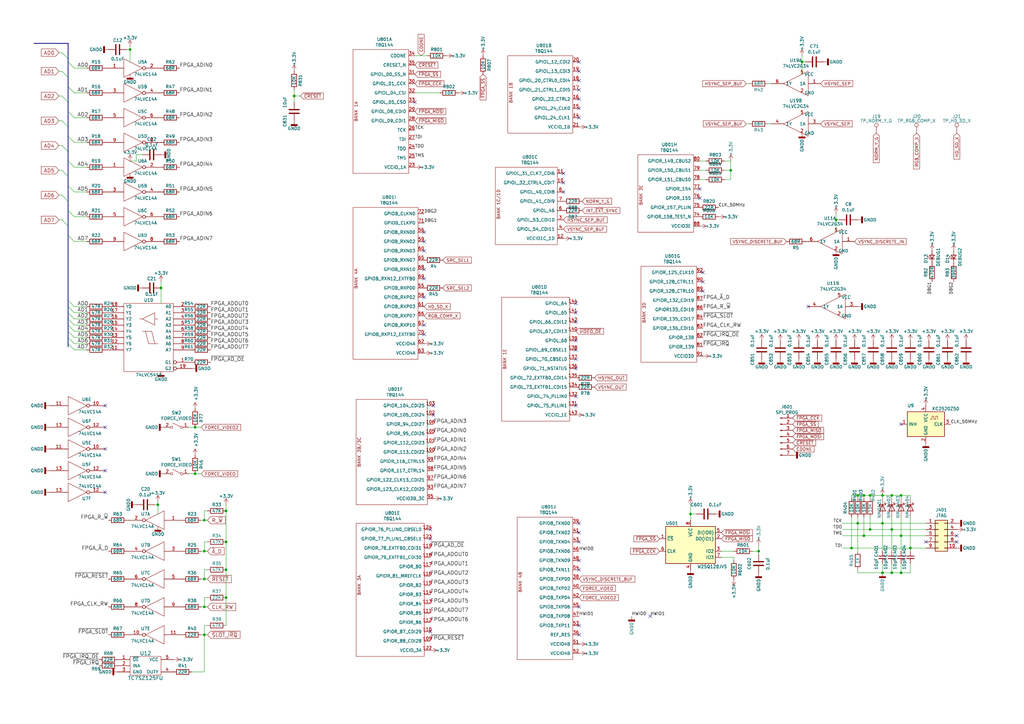
<source format=kicad_sch>
(kicad_sch (version 20211123) (generator eeschema)
  (paper "A3")
  (title_block (title "BKM-68X Alternative") (rev "F") (company "L33T TEK") (comment 1 "Martin Hejnfelt (martin@hejnfelt.com)") (comment 2 "www.immerhax.com"))
  (junction (at 361.95 214.63))
  (junction (at 299.72 69.85))
  (junction (at 328.93 25.4))
  (junction (at 83.82 237.49))
  (junction (at 356.87 217.17))
  (junction (at 369.57 219.71))
  (junction (at 369.57 203.2))
  (junction (at 351.79 203.2))
  (junction (at 120.65 39.37))
  (junction (at 64.77 207.01))
  (junction (at 373.38 224.79))
  (junction (at 283.21 210.82))
  (junction (at 92.71 222.25))
  (junction (at 369.57 234.95))
  (junction (at 83.82 213.36))
  (junction (at 361.95 203.2))
  (junction (at 351.79 214.63))
  (junction (at 92.71 245.11))
  (junction (at 342.9 90.17))
  (junction (at 365.76 203.2))
  (junction (at 83.82 226.06))
  (junction (at 354.33 219.71))
  (junction (at 349.25 224.79))
  (junction (at 66.04 118.11))
  (junction (at 365.76 217.17))
  (junction (at 92.71 209.55))
  (junction (at 311.15 226.06))
  (junction (at 92.71 233.68))
  (junction (at 365.76 234.95))
  (junction (at 354.33 203.2))
  (junction (at 83.82 248.92))
  (junction (at 83.82 260.35))
  (junction (at 356.87 203.2))
  (junction (at 80.01 175.26))
  (junction (at 53.34 20.32))
  (junction (at 80.01 194.31))
  (junction (at 361.95 234.95))
  (no_connect (at 392.43 219.71))
  (no_connect (at 170.18 41.91))
  (no_connect (at 237.49 33.02))
  (no_connect (at 237.49 29.21))
  (no_connect (at 237.49 25.4))
  (no_connect (at 237.49 48.26))
  (no_connect (at 237.49 44.45))
  (no_connect (at 237.49 40.64))
  (no_connect (at 237.49 36.83))
  (no_connect (at 43.18 175.26))
  (no_connect (at 331.47 125.73))
  (no_connect (at 369.57 173.99))
  (no_connect (at 43.18 193.04))
  (no_connect (at 266.7 252.73))
  (no_connect (at 236.22 151.13))
  (no_connect (at 236.22 162.56))
  (no_connect (at 236.22 139.7))
  (no_connect (at 236.22 143.51))
  (no_connect (at 236.22 147.32))
  (no_connect (at 236.22 166.37))
  (no_connect (at 237.49 256.54))
  (no_connect (at 237.49 260.35))
  (no_connect (at 237.49 248.92))
  (no_connect (at 237.49 233.68))
  (no_connect (at 237.49 229.87))
  (no_connect (at 237.49 222.25))
  (no_connect (at 287.02 81.28))
  (no_connect (at 287.02 77.47))
  (no_connect (at 231.14 71.12))
  (no_connect (at 231.14 74.93))
  (no_connect (at 231.14 78.74))
  (no_connect (at 288.29 111.76))
  (no_connect (at 288.29 119.38))
  (no_connect (at 288.29 115.57))
  (no_connect (at 236.22 132.08))
  (no_connect (at 236.22 128.27))
  (no_connect (at 236.22 124.46))
  (no_connect (at 43.18 201.93))
  (no_connect (at 173.99 114.3))
  (no_connect (at 173.99 121.92))
  (no_connect (at 173.99 137.16))
  (no_connect (at 173.99 133.35))
  (no_connect (at 173.99 95.25))
  (no_connect (at 173.99 99.06))
  (no_connect (at 173.99 102.87))
  (no_connect (at 173.99 110.49))
  (no_connect (at 237.49 214.63))
  (no_connect (at 237.49 218.44))
  (no_connect (at 176.53 259.08))
  (no_connect (at 177.8 170.18))
  (no_connect (at 177.8 166.37))
  (no_connect (at 176.53 217.17))
  (no_connect (at 176.53 220.98))
  (no_connect (at 43.18 184.15))
  (no_connect (at 379.73 222.25))
  (no_connect (at 392.43 222.25))
  (no_connect (at 43.18 166.37))
  (bus_entry (at 25.4 69.85) (size 2.54 2.54))
  (bus_entry (at 25.4 59.69) (size 2.54 2.54))
  (bus_entry (at 25.4 29.21) (size 2.54 2.54))
  (bus_entry (at 27.94 76.2) (size 2.54 2.54))
  (bus_entry (at 27.94 25.4) (size 2.54 2.54))
  (bus_entry (at 27.94 128.27) (size 2.54 2.54))
  (bus_entry (at 27.94 133.35) (size 2.54 2.54))
  (bus_entry (at 27.94 140.97) (size 2.54 2.54))
  (bus_entry (at 27.94 66.04) (size 2.54 2.54))
  (bus_entry (at 25.4 90.17) (size 2.54 2.54))
  (bus_entry (at 27.94 130.81) (size 2.54 2.54))
  (bus_entry (at 27.94 55.88) (size 2.54 2.54))
  (bus_entry (at 27.94 35.56) (size 2.54 2.54))
  (bus_entry (at 25.4 21.59) (size 2.54 2.54))
  (bus_entry (at 27.94 125.73) (size 2.54 2.54))
  (bus_entry (at 25.4 80.01) (size 2.54 2.54))
  (bus_entry (at 25.4 39.37) (size 2.54 2.54))
  (bus_entry (at 27.94 45.72) (size 2.54 2.54))
  (bus_entry (at 27.94 135.89) (size 2.54 2.54))
  (bus_entry (at 27.94 138.43) (size 2.54 2.54))
  (bus_entry (at 27.94 86.36) (size 2.54 2.54))
  (bus_entry (at 27.94 123.19) (size 2.54 2.54))
  (bus_entry (at 27.94 96.52) (size 2.54 2.54))
  (bus_entry (at 25.4 49.53) (size 2.54 2.54))
  (wire (pts (xy 351.79 233.68) (xy 351.79 234.95)))
  (wire (pts (xy 82.55 260.35) (xy 83.82 260.35)))
  (wire (pts (xy 30.48 58.42) (xy 35.56 58.42)))
  (wire (pts (xy 365.76 234.95) (xy 369.57 234.95)))
  (wire (pts (xy 369.57 231.14) (xy 369.57 234.95)))
  (wire (pts (xy 297.18 69.85) (xy 299.72 69.85)))
  (wire (pts (xy 342.9 87.63) (xy 342.9 90.17)))
  (wire (pts (xy 77.47 175.26) (xy 80.01 175.26)))
  (bus (pts (xy 27.94 82.55) (xy 27.94 86.36)))
  (wire (pts (xy 373.38 224.79) (xy 373.38 226.06)))
  (wire (pts (xy 24.13 90.17) (xy 25.4 90.17)))
  (wire (pts (xy 344.17 90.17) (xy 342.9 90.17)))
  (wire (pts (xy 120.65 39.37) (xy 120.65 41.91)))
  (wire (pts (xy 351.79 204.47) (xy 351.79 203.2)))
  (wire (pts (xy 83.82 222.25) (xy 83.82 226.06)))
  (wire (pts (xy 295.91 226.06) (xy 300.99 226.06)))
  (wire (pts (xy 351.79 226.06) (xy 351.79 214.63)))
  (wire (pts (xy 24.13 21.59) (xy 25.4 21.59)))
  (wire (pts (xy 365.76 217.17) (xy 356.87 217.17)))
  (wire (pts (xy 373.38 203.2) (xy 373.38 204.47)))
  (wire (pts (xy 314.96 50.8) (xy 316.23 50.8)))
  (wire (pts (xy 77.47 194.31) (xy 80.01 194.31)))
  (bus (pts (xy 27.94 25.4) (xy 27.94 31.75)))
  (bus (pts (xy 27.94 62.23) (xy 27.94 66.04)))
  (wire (pts (xy 369.57 219.71) (xy 369.57 226.06)))
  (wire (pts (xy 55.88 63.5) (xy 58.42 63.5)))
  (wire (pts (xy 297.18 66.04) (xy 299.72 66.04)))
  (bus (pts (xy 13.97 17.78) (xy 27.94 17.78)))
  (wire (pts (xy 55.88 66.04) (xy 55.88 63.5)))
  (wire (pts (xy 351.79 214.63) (xy 361.95 214.63)))
  (wire (pts (xy 299.72 73.66) (xy 297.18 73.66)))
  (wire (pts (xy 120.65 36.83) (xy 120.65 39.37)))
  (wire (pts (xy 379.73 224.79) (xy 373.38 224.79)))
  (bus (pts (xy 27.94 41.91) (xy 27.94 45.72)))
  (wire (pts (xy 287.02 73.66) (xy 289.56 73.66)))
  (wire (pts (xy 83.82 233.68) (xy 85.09 233.68)))
  (wire (pts (xy 30.48 125.73) (xy 35.56 125.73)))
  (wire (pts (xy 52.07 20.32) (xy 53.34 20.32)))
  (bus (pts (xy 27.94 140.97) (xy 27.94 142.24)))
  (wire (pts (xy 299.72 69.85) (xy 299.72 73.66)))
  (wire (pts (xy 66.04 118.11) (xy 66.04 124.46)))
  (wire (pts (xy 92.71 209.55) (xy 92.71 222.25)))
  (bus (pts (xy 27.94 135.89) (xy 27.94 138.43)))
  (wire (pts (xy 373.38 224.79) (xy 349.25 224.79)))
  (wire (pts (xy 24.13 69.85) (xy 25.4 69.85)))
  (wire (pts (xy 283.21 210.82) (xy 283.21 213.36)))
  (wire (pts (xy 349.25 224.79) (xy 345.44 224.79)))
  (wire (pts (xy 365.76 217.17) (xy 365.76 226.06)))
  (wire (pts (xy 306.07 34.29) (xy 307.34 34.29)))
  (wire (pts (xy 53.34 66.04) (xy 55.88 66.04)))
  (bus (pts (xy 27.94 96.52) (xy 27.94 123.19)))
  (wire (pts (xy 53.34 25.4) (xy 53.34 20.32)))
  (wire (pts (xy 83.82 237.49) (xy 85.09 237.49)))
  (wire (pts (xy 170.18 22.86) (xy 175.26 22.86)))
  (wire (pts (xy 365.76 231.14) (xy 365.76 234.95)))
  (wire (pts (xy 82.55 226.06) (xy 83.82 226.06)))
  (wire (pts (xy 83.82 256.54) (xy 85.09 256.54)))
  (wire (pts (xy 369.57 203.2) (xy 373.38 203.2)))
  (wire (pts (xy 365.76 204.47) (xy 365.76 203.2)))
  (wire (pts (xy 83.82 209.55) (xy 85.09 209.55)))
  (wire (pts (xy 287.02 69.85) (xy 289.56 69.85)))
  (wire (pts (xy 373.38 212.09) (xy 373.38 224.79)))
  (bus (pts (xy 27.94 35.56) (xy 27.94 41.91)))
  (wire (pts (xy 361.95 203.2) (xy 365.76 203.2)))
  (bus (pts (xy 27.94 45.72) (xy 27.94 52.07)))
  (wire (pts (xy 354.33 219.71) (xy 345.44 219.71)))
  (wire (pts (xy 53.34 20.32) (xy 53.34 19.05)))
  (wire (pts (xy 82.55 213.36) (xy 83.82 213.36)))
  (bus (pts (xy 27.94 86.36) (xy 27.94 92.71)))
  (wire (pts (xy 361.95 231.14) (xy 361.95 234.95)))
  (wire (pts (xy 24.13 39.37) (xy 25.4 39.37)))
  (wire (pts (xy 369.57 204.47) (xy 369.57 203.2)))
  (wire (pts (xy 349.25 203.2) (xy 351.79 203.2)))
  (bus (pts (xy 27.94 72.39) (xy 27.94 76.2)))
  (bus (pts (xy 27.94 123.19) (xy 27.94 125.73)))
  (wire (pts (xy 30.48 27.94) (xy 35.56 27.94)))
  (wire (pts (xy 82.55 237.49) (xy 83.82 237.49)))
  (wire (pts (xy 30.48 38.1) (xy 35.56 38.1)))
  (wire (pts (xy 354.33 203.2) (xy 356.87 203.2)))
  (wire (pts (xy 83.82 226.06) (xy 85.09 226.06)))
  (bus (pts (xy 27.94 128.27) (xy 27.94 130.81)))
  (wire (pts (xy 306.07 50.8) (xy 307.34 50.8)))
  (wire (pts (xy 63.5 207.01) (xy 64.77 207.01)))
  (wire (pts (xy 83.82 213.36) (xy 85.09 213.36)))
  (wire (pts (xy 369.57 234.95) (xy 373.38 234.95)))
  (wire (pts (xy 83.82 260.35) (xy 85.09 260.35)))
  (wire (pts (xy 365.76 212.09) (xy 365.76 217.17)))
  (wire (pts (xy 66.04 115.57) (xy 66.04 118.11)))
  (wire (pts (xy 30.48 99.06) (xy 35.56 99.06)))
  (bus (pts (xy 27.94 52.07) (xy 27.94 55.88)))
  (wire (pts (xy 92.71 207.01) (xy 92.71 209.55)))
  (wire (pts (xy 379.73 217.17) (xy 365.76 217.17)))
  (wire (pts (xy 356.87 203.2) (xy 361.95 203.2)))
  (wire (pts (xy 369.57 219.71) (xy 354.33 219.71)))
  (wire (pts (xy 30.48 130.81) (xy 35.56 130.81)))
  (wire (pts (xy 30.48 78.74) (xy 35.56 78.74)))
  (bus (pts (xy 27.94 55.88) (xy 27.94 62.23)))
  (wire (pts (xy 328.93 22.86) (xy 328.93 25.4)))
  (wire (pts (xy 170.18 38.1) (xy 180.34 38.1)))
  (wire (pts (xy 283.21 210.82) (xy 285.75 210.82)))
  (bus (pts (xy 27.94 138.43) (xy 27.94 140.97)))
  (wire (pts (xy 83.82 237.49) (xy 83.82 233.68)))
  (wire (pts (xy 64.77 207.01) (xy 64.77 210.82)))
  (wire (pts (xy 311.15 227.33) (xy 311.15 226.06)))
  (wire (pts (xy 361.95 234.95) (xy 365.76 234.95)))
  (bus (pts (xy 27.94 92.71) (xy 27.94 96.52)))
  (wire (pts (xy 85.09 222.25) (xy 83.82 222.25)))
  (wire (pts (xy 30.48 140.97) (xy 35.56 140.97)))
  (wire (pts (xy 123.19 39.37) (xy 120.65 39.37)))
  (wire (pts (xy 283.21 207.01) (xy 283.21 210.82)))
  (wire (pts (xy 330.2 25.4) (xy 328.93 25.4)))
  (wire (pts (xy 354.33 212.09) (xy 354.33 219.71)))
  (wire (pts (xy 365.76 203.2) (xy 369.57 203.2)))
  (wire (pts (xy 24.13 49.53) (xy 25.4 49.53)))
  (wire (pts (xy 351.79 234.95) (xy 361.95 234.95)))
  (wire (pts (xy 80.01 175.26) (xy 82.55 175.26)))
  (wire (pts (xy 328.93 25.4) (xy 328.93 30.48)))
  (wire (pts (xy 30.48 68.58) (xy 35.56 68.58)))
  (wire (pts (xy 379.73 219.71) (xy 369.57 219.71)))
  (wire (pts (xy 30.48 128.27) (xy 35.56 128.27)))
  (wire (pts (xy 308.61 226.06) (xy 311.15 226.06)))
  (wire (pts (xy 30.48 138.43) (xy 35.56 138.43)))
  (wire (pts (xy 83.82 260.35) (xy 83.82 275.59)))
  (wire (pts (xy 83.82 248.92) (xy 83.82 245.11)))
  (wire (pts (xy 92.71 245.11) (xy 92.71 256.54)))
  (wire (pts (xy 356.87 217.17) (xy 345.44 217.17)))
  (wire (pts (xy 24.13 29.21) (xy 25.4 29.21)))
  (wire (pts (xy 351.79 203.2) (xy 354.33 203.2)))
  (wire (pts (xy 349.25 204.47) (xy 349.25 203.2)))
  (wire (pts (xy 373.38 234.95) (xy 373.38 231.14)))
  (wire (pts (xy 83.82 256.54) (xy 83.82 260.35)))
  (wire (pts (xy 83.82 248.92) (xy 85.09 248.92)))
  (wire (pts (xy 24.13 80.01) (xy 25.4 80.01)))
  (wire (pts (xy 361.95 204.47) (xy 361.95 203.2)))
  (wire (pts (xy 361.95 214.63) (xy 379.73 214.63)))
  (wire (pts (xy 351.79 212.09) (xy 351.79 214.63)))
  (wire (pts (xy 80.01 194.31) (xy 82.55 194.31)))
  (wire (pts (xy 92.71 222.25) (xy 92.71 233.68)))
  (wire (pts (xy 349.25 212.09) (xy 349.25 224.79)))
  (bus (pts (xy 27.94 125.73) (xy 27.94 128.27)))
  (wire (pts (xy 30.48 135.89) (xy 35.56 135.89)))
  (wire (pts (xy 356.87 212.09) (xy 356.87 217.17)))
  (wire (pts (xy 30.48 88.9) (xy 35.56 88.9)))
  (wire (pts (xy 64.77 205.74) (xy 64.77 207.01)))
  (bus (pts (xy 27.94 66.04) (xy 27.94 72.39)))
  (wire (pts (xy 30.48 133.35) (xy 35.56 133.35)))
  (wire (pts (xy 345.44 214.63) (xy 351.79 214.63)))
  (wire (pts (xy 354.33 204.47) (xy 354.33 203.2)))
  (bus (pts (xy 27.94 130.81) (xy 27.94 133.35)))
  (bus (pts (xy 27.94 31.75) (xy 27.94 35.56)))
  (wire (pts (xy 314.96 34.29) (xy 316.23 34.29)))
  (bus (pts (xy 27.94 133.35) (xy 27.94 135.89)))
  (bus (pts (xy 27.94 76.2) (xy 27.94 82.55)))
  (wire (pts (xy 299.72 66.04) (xy 299.72 69.85)))
  (bus (pts (xy 27.94 24.13) (xy 27.94 25.4)))
  (wire (pts (xy 311.15 226.06) (xy 311.15 223.52)))
  (wire (pts (xy 92.71 233.68) (xy 92.71 245.11)))
  (wire (pts (xy 356.87 204.47) (xy 356.87 203.2)))
  (wire (pts (xy 369.57 212.09) (xy 369.57 219.71)))
  (wire (pts (xy 30.48 48.26) (xy 35.56 48.26)))
  (wire (pts (xy 83.82 275.59) (xy 78.74 275.59)))
  (wire (pts (xy 295.91 228.6) (xy 300.99 228.6)))
  (wire (pts (xy 82.55 248.92) (xy 83.82 248.92)))
  (wire (pts (xy 361.95 212.09) (xy 361.95 214.63)))
  (wire (pts (xy 300.99 228.6) (xy 300.99 229.87)))
  (wire (pts (xy 83.82 213.36) (xy 83.82 209.55)))
  (wire (pts (xy 361.95 214.63) (xy 361.95 226.06)))
  (wire (pts (xy 287.02 66.04) (xy 289.56 66.04)))
  (wire (pts (xy 30.48 143.51) (xy 35.56 143.51)))
  (wire (pts (xy 342.9 90.17) (xy 342.9 95.25)))
  (wire (pts (xy 24.13 59.69) (xy 25.4 59.69)))
  (bus (pts (xy 27.94 17.78) (xy 27.94 24.13)))
  (wire (pts (xy 83.82 245.11) (xy 85.09 245.11)))
  (label "FPGA_ADOUT2" (at 176.53 236.22 0) (effects (font (size 1.524 1.524))))
  (label "AD0" (at 31.75 27.94 0) (effects (font (size 1.524 1.524))))
  (label "AD7" (at 31.75 99.06 0) (effects (font (size 1.524 1.524))))
  (label "FPGA_ADOUT1" (at 86.36 128.27 0) (effects (font (size 1.524 1.524))))
  (label "TDO" (at 170.18 60.96 0))
  (label "TMS" (at 345.44 219.71 180))
  (label "~{FPGA_IRQ}" (at 40.64 273.05 180) (effects (font (size 1.524 1.524))))
  (label "~{FPGA_SLOT}" (at 44.45 260.35 180) (effects (font (size 1.524 1.524))))
  (label "AD3" (at 31.75 58.42 0) (effects (font (size 1.524 1.524))))
  (label "AD6" (at 31.75 140.97 0) (effects (font (size 1.524 1.524))))
  (label "~{FPGA_AD_OE}" (at 176.53 224.79 0) (effects (font (size 1.524 1.524))))
  (label "TDO" (at 345.44 217.17 180))
  (label "AD4" (at 31.75 68.58 0) (effects (font (size 1.524 1.524))))
  (label "FPGA_ADIN5" (at 73.66 78.74 0) (effects (font (size 1.524 1.524))))
  (label "DBG2" (at 391.16 115.57 270))
  (label "AD1" (at 31.75 38.1 0) (effects (font (size 1.524 1.524))))
  (label "TCK" (at 170.18 53.34 0))
  (label "DBG1" (at 382.27 115.57 270))
  (label "FPGA_ADOUT0" (at 176.53 228.6 0) (effects (font (size 1.524 1.524))))
  (label "FPGA_ADOUT3" (at 176.53 240.03 0) (effects (font (size 1.524 1.524))))
  (label "FPGA_ADIN7" (at 177.8 200.66 0) (effects (font (size 1.524 1.524))))
  (label "~{FPGA_IRQ_OE}" (at 288.29 138.43 0) (effects (font (size 1.524 1.524))))
  (label "~{FPGA_AD_OE}" (at 86.36 148.59 0) (effects (font (size 1.524 1.524))))
  (label "TCK" (at 345.44 214.63 180))
  (label "HWID0" (at 237.49 226.06 0))
  (label "FPGA_~{A}_D" (at 288.29 123.19 0) (effects (font (size 1.524 1.524))))
  (label "FPGA_ADIN1" (at 73.66 38.1 0) (effects (font (size 1.524 1.524))))
  (label "FPGA_R_~{W}" (at 288.29 127 0) (effects (font (size 1.524 1.524))))
  (label "TDI" (at 170.18 57.15 0))
  (label "AD4" (at 31.75 135.89 0) (effects (font (size 1.524 1.524))))
  (label "CLK_50MHz" (at 294.64 85.09 0))
  (label "FPGA_ADOUT0" (at 86.36 125.73 0) (effects (font (size 1.524 1.524))))
  (label "FPGA_ADOUT6" (at 176.53 255.27 0) (effects (font (size 1.524 1.524))))
  (label "FPGA_ADIN3" (at 73.66 58.42 0) (effects (font (size 1.524 1.524))))
  (label "~{FPGA_SLOT}" (at 288.29 130.81 0) (effects (font (size 1.524 1.524))))
  (label "FPGA_ADIN4" (at 177.8 189.23 0) (effects (font (size 1.524 1.524))))
  (label "AD1" (at 31.75 128.27 0) (effects (font (size 1.524 1.524))))
  (label "FPGA_ADOUT5" (at 86.36 138.43 0) (effects (font (size 1.524 1.524))))
  (label "AD3" (at 31.75 133.35 0) (effects (font (size 1.524 1.524))))
  (label "FPGA_CLK_RW" (at 288.29 134.62 0) (effects (font (size 1.524 1.524))))
  (label "HWID0" (at 259.08 252.73 0))
  (label "FPGA_ADIN5" (at 177.8 193.04 0) (effects (font (size 1.524 1.524))))
  (label "HWID1" (at 266.7 252.73 0))
  (label "AD2" (at 31.75 48.26 0) (effects (font (size 1.524 1.524))))
  (label "FPGA_ADIN0" (at 177.8 177.8 0) (effects (font (size 1.524 1.524))))
  (label "AD5" (at 31.75 138.43 0) (effects (font (size 1.524 1.524))))
  (label "FPGA_ADIN6" (at 73.66 88.9 0) (effects (font (size 1.524 1.524))))
  (label "FPGA_ADOUT4" (at 176.53 243.84 0) (effects (font (size 1.524 1.524))))
  (label "~{FPGA_IRQ}" (at 288.29 142.24 0) (effects (font (size 1.524 1.524))))
  (label "FPGA_ADOUT5" (at 176.53 247.65 0) (effects (font (size 1.524 1.524))))
  (label "FPGA_ADOUT1" (at 176.53 232.41 0) (effects (font (size 1.524 1.524))))
  (label "FPGA_ADIN0" (at 73.66 27.94 0) (effects (font (size 1.524 1.524))))
  (label "FPGA_ADIN7" (at 73.66 99.06 0) (effects (font (size 1.524 1.524))))
  (label "FPGA_R_~{W}" (at 44.45 213.36 180) (effects (font (size 1.524 1.524))))
  (label "AD0" (at 31.75 125.73 0) (effects (font (size 1.524 1.524))))
  (label "DBG2" (at 173.99 87.63 0))
  (label "FPGA_CLK_RW" (at 44.45 248.92 180) (effects (font (size 1.524 1.524))))
  (label "FPGA_ADOUT4" (at 86.36 135.89 0) (effects (font (size 1.524 1.524))))
  (label "FPGA_ADIN1" (at 177.8 181.61 0) (effects (font (size 1.524 1.524))))
  (label "~{FPGA_RESET}" (at 44.45 237.49 180) (effects (font (size 1.524 1.524))))
  (label "FPGA_ADIN3" (at 177.8 173.99 0) (effects (font (size 1.524 1.524))))
  (label "FPGA_ADOUT6" (at 86.36 140.97 0) (effects (font (size 1.524 1.524))))
  (label "CLK_50MHz" (at 389.89 173.99 0))
  (label "DBG1" (at 173.99 91.44 0))
  (label "FPGA_ADIN4" (at 73.66 68.58 0) (effects (font (size 1.524 1.524))))
  (label "FPGA_ADOUT7" (at 176.53 251.46 0) (effects (font (size 1.524 1.524))))
  (label "FPGA_ADIN2" (at 177.8 185.42 0) (effects (font (size 1.524 1.524))))
  (label "HWID1" (at 237.49 252.73 0))
  (label "TMS" (at 170.18 64.77 0))
  (label "FPGA_ADIN2" (at 73.66 48.26 0) (effects (font (size 1.524 1.524))))
  (label "FPGA_ADIN6" (at 177.8 196.85 0) (effects (font (size 1.524 1.524))))
  (label "AD7" (at 31.75 143.51 0) (effects (font (size 1.524 1.524))))
  (label "AD5" (at 31.75 78.74 0) (effects (font (size 1.524 1.524))))
  (label "FPGA_ADOUT7" (at 86.36 143.51 0) (effects (font (size 1.524 1.524))))
  (label "FPGA_ADOUT2" (at 86.36 130.81 0) (effects (font (size 1.524 1.524))))
  (label "FPGA_~{A}_D" (at 44.45 226.06 180) (effects (font (size 1.524 1.524))))
  (label "AD2" (at 31.75 130.81 0) (effects (font (size 1.524 1.524))))
  (label "FPGA_ADOUT3" (at 86.36 133.35 0) (effects (font (size 1.524 1.524))))
  (label "AD6" (at 31.75 88.9 0) (effects (font (size 1.524 1.524))))
  (label "~{FPGA_IRQ_OE}" (at 40.64 270.51 180) (effects (font (size 1.524 1.524))))
  (label "TDI" (at 345.44 224.79 180))
  (label "~{FPGA_RESET}" (at 176.53 262.89 0) (effects (font (size 1.524 1.524))))
  (global_label "FORCE_VIDEO2" (shape input) (at 237.49 245.11 0) (property "Intersheet References" "${INTERSHEET_REFS}" (effects hide)))
  (global_label "FORCE_VIDEO" (shape input) (at 82.55 194.31 0) (property "Intersheet References" "${INTERSHEET_REFS}" (effects hide)))
  (global_label "VSYNC_SEP_BUF" (shape input) (at 231.14 93.98 0) (property "Intersheet References" "${INTERSHEET_REFS}" (effects hide)))
  (global_label "VSYNC_DISCRETE_IN" (shape input) (at 350.52 99.06 0) (property "Intersheet References" "${INTERSHEET_REFS}" (effects hide)))
  (global_label "~{RESET}" (shape input) (at 85.09 237.49 0) (effects (font (size 1.524 1.524))) (property "Intersheet References" "${INTERSHEET_REFS}" (effects hide)))
  (global_label "~{VIDEO_OE}" (shape input) (at 236.22 135.89 0) (property "Intersheet References" "${INTERSHEET_REFS}" (effects hide)))
  (global_label "RGB_COMP_X" (shape input) (at 375.92 54.61 270) (property "Intersheet References" "${INTERSHEET_REFS}" (effects hide)))
  (global_label "AD6" (shape input) (at 24.13 80.01 180) (effects (font (size 1.524 1.524))) (property "Intersheet References" "${INTERSHEET_REFS}" (effects hide)))
  (global_label "HD_SD_X" (shape input) (at 392.43 54.61 270) (property "Intersheet References" "${INTERSHEET_REFS}" (effects hide)))
  (global_label "~{FPGA_SS}" (shape input) (at 170.18 30.48 0) (property "Intersheet References" "${INTERSHEET_REFS}" (effects hide)))
  (global_label "RGB_COMP_X" (shape input) (at 173.99 129.54 0) (property "Intersheet References" "${INTERSHEET_REFS}" (effects hide)))
  (global_label "~{FPGA_MISO}" (shape input) (at 325.12 176.53 0) (property "Intersheet References" "${INTERSHEET_REFS}" (effects hide)))
  (global_label "AD1" (shape input) (at 24.13 29.21 180) (effects (font (size 1.524 1.524))) (property "Intersheet References" "${INTERSHEET_REFS}" (effects hide)))
  (global_label "CDONE" (shape input) (at 325.12 184.15 0) (property "Intersheet References" "${INTERSHEET_REFS}" (effects hide)))
  (global_label "~{FPGA_SS}" (shape input) (at 198.12 30.48 270) (property "Intersheet References" "${INTERSHEET_REFS}" (effects hide)))
  (global_label "AD7" (shape input) (at 24.13 90.17 180) (effects (font (size 1.524 1.524))) (property "Intersheet References" "${INTERSHEET_REFS}" (effects hide)))
  (global_label "~{FPGA_MISO}" (shape input) (at 170.18 49.53 0) (property "Intersheet References" "${INTERSHEET_REFS}" (effects hide)))
  (global_label "HSYNC_SEP" (shape input) (at 336.55 34.29 0) (property "Intersheet References" "${INTERSHEET_REFS}" (effects hide)))
  (global_label "VSYNC_DISCRETE_BUF" (shape input) (at 237.49 237.49 0) (property "Intersheet References" "${INTERSHEET_REFS}" (effects hide)))
  (global_label "~{FPGA_SS}" (shape input) (at 270.51 220.98 180) (property "Intersheet References" "${INTERSHEET_REFS}" (effects hide)))
  (global_label "~{FPGA_MOSI}" (shape input) (at 325.12 179.07 0) (property "Intersheet References" "${INTERSHEET_REFS}" (effects hide)))
  (global_label "~{CRESET}" (shape input) (at 325.12 181.61 0) (property "Intersheet References" "${INTERSHEET_REFS}" (effects hide)))
  (global_label "~{CRESET}" (shape input) (at 170.18 26.67 0) (property "Intersheet References" "${INTERSHEET_REFS}" (effects hide)))
  (global_label "R_~{W}" (shape input) (at 85.09 213.36 0) (effects (font (size 1.524 1.524))) (property "Intersheet References" "${INTERSHEET_REFS}" (effects hide)))
  (global_label "~{FPGA_CCK}" (shape input) (at 170.18 34.29 0) (property "Intersheet References" "${INTERSHEET_REFS}" (effects hide)))
  (global_label "~{FPGA_MISO}" (shape input) (at 295.91 220.98 0) (property "Intersheet References" "${INTERSHEET_REFS}" (effects hide)))
  (global_label "AD3" (shape input) (at 24.13 49.53 180) (effects (font (size 1.524 1.524))) (property "Intersheet References" "${INTERSHEET_REFS}" (effects hide)))
  (global_label "FORCE_VIDEO" (shape input) (at 237.49 241.3 0) (property "Intersheet References" "${INTERSHEET_REFS}" (effects hide)))
  (global_label "~{FPGA_CCK}" (shape input) (at 325.12 171.45 0) (property "Intersheet References" "${INTERSHEET_REFS}" (effects hide)))
  (global_label "~{FPGA_CCK}" (shape input) (at 270.51 226.06 180) (property "Intersheet References" "${INTERSHEET_REFS}" (effects hide)))
  (global_label "AD5" (shape input) (at 24.13 69.85 180) (effects (font (size 1.524 1.524))) (property "Intersheet References" "${INTERSHEET_REFS}" (effects hide)))
  (global_label "AD2" (shape input) (at 24.13 39.37 180) (effects (font (size 1.524 1.524))) (property "Intersheet References" "${INTERSHEET_REFS}" (effects hide)))
  (global_label "VSYNC_SEP_BUF" (shape input) (at 306.07 50.8 180) (property "Intersheet References" "${INTERSHEET_REFS}" (effects hide)))
  (global_label "INT_~{EXT}_SYNC" (shape input) (at 238.76 86.36 0) (property "Intersheet References" "${INTERSHEET_REFS}" (effects hide)))
  (global_label "AD0" (shape input) (at 24.13 21.59 180) (effects (font (size 1.524 1.524))) (property "Intersheet References" "${INTERSHEET_REFS}" (effects hide)))
  (global_label "NORM_Y_G" (shape input) (at 238.76 82.55 0) (property "Intersheet References" "${INTERSHEET_REFS}" (effects hide)))
  (global_label "CLK_RW" (shape input) (at 85.09 248.92 0) (effects (font (size 1.524 1.524))) (property "Intersheet References" "${INTERSHEET_REFS}" (effects hide)))
  (global_label "HSYNC_SEP_BUF" (shape input) (at 231.14 90.17 0) (property "Intersheet References" "${INTERSHEET_REFS}" (effects hide)))
  (global_label "~{SLOT}_~{IRQ}" (shape input) (at 85.09 260.35 0) (effects (font (size 1.524 1.524))) (property "Intersheet References" "${INTERSHEET_REFS}" (effects hide)))
  (global_label "NORM_Y_G" (shape input) (at 359.41 54.61 270) (property "Intersheet References" "${INTERSHEET_REFS}" (effects hide)))
  (global_label "~{FPGA_MOSI}" (shape input) (at 170.18 45.72 0) (property "Intersheet References" "${INTERSHEET_REFS}" (effects hide)))
  (global_label "VSYNC_OUT" (shape input) (at 243.84 158.75 0) (property "Intersheet References" "${INTERSHEET_REFS}" (effects hide)))
  (global_label "HD_SD_X" (shape input) (at 173.99 125.73 0) (property "Intersheet References" "${INTERSHEET_REFS}" (effects hide)))
  (global_label "FORCE_VIDEO2" (shape input) (at 82.55 175.26 0) (property "Intersheet References" "${INTERSHEET_REFS}" (effects hide)))
  (global_label "VSYNC_SEP" (shape input) (at 336.55 50.8 0) (property "Intersheet References" "${INTERSHEET_REFS}" (effects hide)))
  (global_label "~{CRESET}" (shape input) (at 123.19 39.37 0) (property "Intersheet References" "${INTERSHEET_REFS}" (effects hide)))
  (global_label "~{A}_D" (shape input) (at 85.09 226.06 0) (effects (font (size 1.524 1.524))) (property "Intersheet References" "${INTERSHEET_REFS}" (effects hide)))
  (global_label "VSYNC_DISCRETE_BUF" (shape input) (at 322.58 99.06 180) (property "Intersheet References" "${INTERSHEET_REFS}" (effects hide)))
  (global_label "CDONE" (shape input) (at 172.72 22.86 90) (property "Intersheet References" "${INTERSHEET_REFS}" (effects hide)))
  (global_label "AD4" (shape input) (at 24.13 59.69 180) (effects (font (size 1.524 1.524))) (property "Intersheet References" "${INTERSHEET_REFS}" (effects hide)))
  (global_label "SRC_SEL2" (shape input) (at 181.61 118.11 0) (property "Intersheet References" "${INTERSHEET_REFS}" (effects hide)))
  (global_label "HSYNC_OUT" (shape input) (at 243.84 154.94 0) (property "Intersheet References" "${INTERSHEET_REFS}" (effects hide)))
  (global_label "~{FPGA_SS}" (shape input) (at 325.12 173.99 0) (property "Intersheet References" "${INTERSHEET_REFS}" (effects hide)))
  (global_label "~{FPGA_MOSI}" (shape input) (at 295.91 218.44 0) (property "Intersheet References" "${INTERSHEET_REFS}" (effects hide)))
  (global_label "HSYNC_SEP_BUF" (shape input) (at 306.07 34.29 180) (property "Intersheet References" "${INTERSHEET_REFS}" (effects hide)))
  (global_label "SRC_SEL1" (shape input) (at 181.61 106.68 0) (property "Intersheet References" "${INTERSHEET_REFS}" (effects hide)))
  (symbol (lib_id "bkm-68x-simple-rescue:74LS14") (at 54.61 27.94 0) (unit 1)
    (property "Reference" "U5" (at 58.42 25.4 0))
    (property "Value" "74LVC14A" (at 59.69 30.48 0))
    (property "Footprint" "Package_SO:TSSOP-14_4.4x5mm_P0.65mm" (effects hide))
    (property "LCSC" "C6066" (effects hide))
    (property "JLC" "TSSOP-14" (effects hide))
  )
  (symbol (lib_id "power:GNDD") (at 53.34 30.48 0) (unit 1)
    (property "Reference" "#PWR0104" (effects hide))
    (property "Value" "GNDD" (at 53.34 33.655 0))
  )
  (symbol (lib_id "power:+3.3V") (at 53.34 19.05 0) (unit 1)
    (property "Reference" "#PWR0105" (effects hide))
    (property "Value" "+3.3V" (at 53.34 15.494 0))
  )
  (symbol (lib_id "bkm-68x-simple-rescue:74LS14") (at 54.61 38.1 0) (unit 2)
    (property "Reference" "U5" (at 58.42 35.56 0))
    (property "Value" "74LVC14A" (at 59.69 40.64 0))
    (property "Footprint" "Package_SO:TSSOP-14_4.4x5mm_P0.65mm" (effects hide))
    (property "LCSC" "C6066" (effects hide))
    (property "JLC" "TSSOP-14" (effects hide))
  )
  (symbol (lib_id "bkm-68x-simple-rescue:74LS14") (at 54.61 48.26 0) (unit 3)
    (property "Reference" "U5" (at 58.42 45.72 0))
    (property "Value" "74LVC14A" (at 59.69 50.8 0))
    (property "Footprint" "Package_SO:TSSOP-14_4.4x5mm_P0.65mm" (effects hide))
    (property "LCSC" "C6066" (effects hide))
    (property "JLC" "TSSOP-14" (effects hide))
  )
  (symbol (lib_id "bkm-68x-simple-rescue:74LS14") (at 54.61 58.42 0) (unit 4)
    (property "Reference" "U5" (at 58.42 55.88 0))
    (property "Value" "74LVC14A" (at 59.69 60.96 0))
    (property "Footprint" "Package_SO:TSSOP-14_4.4x5mm_P0.65mm" (effects hide))
    (property "LCSC" "C6066" (effects hide))
    (property "JLC" "TSSOP-14" (effects hide))
  )
  (symbol (lib_id "bkm-68x-simple-rescue:74LS14") (at 31.75 184.15 0) (unit 5)
    (property "Reference" "U5" (at 35.56 181.61 0))
    (property "Value" "74LVC14A" (at 36.83 186.69 0))
    (property "Footprint" "Package_SO:TSSOP-14_4.4x5mm_P0.65mm" (effects hide))
    (property "LCSC" "C6066" (effects hide))
    (property "JLC" "TSSOP-14" (effects hide))
  )
  (symbol (lib_id "bkm-68x-simple-rescue:74LS14") (at 31.75 193.04 0) (unit 6)
    (property "Reference" "U5" (at 35.56 190.5 0))
    (property "Value" "74LVC14A" (at 36.83 195.58 0))
    (property "Footprint" "Package_SO:TSSOP-14_4.4x5mm_P0.65mm" (effects hide))
    (property "LCSC" "C6066" (effects hide))
    (property "JLC" "TSSOP-14" (effects hide))
  )
  (symbol (lib_id "bkm-68x-simple-rescue:74LS14") (at 54.61 68.58 0) (unit 1)
    (property "Reference" "U6" (at 58.42 66.04 0))
    (property "Value" "74LVC14A" (at 59.69 71.12 0))
    (property "Footprint" "Package_SO:TSSOP-14_4.4x5mm_P0.65mm" (effects hide))
    (property "LCSC" "C6066" (effects hide))
    (property "JLC" "TSSOP-14" (effects hide))
  )
  (symbol (lib_id "bkm-68x-simple-rescue:74LS14") (at 54.61 78.74 0) (unit 2)
    (property "Reference" "U6" (at 58.42 76.2 0))
    (property "Value" "74LVC14A" (at 59.69 81.28 0))
    (property "Footprint" "Package_SO:TSSOP-14_4.4x5mm_P0.65mm" (effects hide))
    (property "LCSC" "C6066" (effects hide))
    (property "JLC" "TSSOP-14" (effects hide))
  )
  (symbol (lib_id "bkm-68x-simple-rescue:74LS14") (at 54.61 88.9 0) (unit 3)
    (property "Reference" "U6" (at 58.42 86.36 0))
    (property "Value" "74LVC14A" (at 59.69 91.44 0))
    (property "Footprint" "Package_SO:TSSOP-14_4.4x5mm_P0.65mm" (effects hide))
    (property "LCSC" "C6066" (effects hide))
    (property "JLC" "TSSOP-14" (effects hide))
  )
  (symbol (lib_id "bkm-68x-simple-rescue:74LS14") (at 54.61 99.06 0) (unit 4)
    (property "Reference" "U6" (at 58.42 96.52 0))
    (property "Value" "74LVC14A" (at 59.69 101.6 0))
    (property "Footprint" "Package_SO:TSSOP-14_4.4x5mm_P0.65mm" (effects hide))
    (property "LCSC" "C6066" (effects hide))
    (property "JLC" "TSSOP-14" (effects hide))
  )
  (symbol (lib_id "bkm-68x-simple-rescue:74LS14") (at 31.75 166.37 0) (unit 5)
    (property "Reference" "U6" (at 35.56 163.83 0))
    (property "Value" "74LVC14A" (at 36.83 168.91 0))
    (property "Footprint" "Package_SO:TSSOP-14_4.4x5mm_P0.65mm" (effects hide))
    (property "LCSC" "C6066" (effects hide))
    (property "JLC" "TSSOP-14" (effects hide))
  )
  (symbol (lib_id "bkm-68x-simple-rescue:74LS14") (at 31.75 175.26 0) (unit 6)
    (property "Reference" "U6" (at 35.56 172.72 0))
    (property "Value" "74LVC14A" (at 36.83 177.8 0))
    (property "Footprint" "Package_SO:TSSOP-14_4.4x5mm_P0.65mm" (effects hide))
    (property "LCSC" "C6066" (effects hide))
    (property "JLC" "TSSOP-14" (effects hide))
  )
  (symbol (lib_id "power:+3.3V") (at 53.34 66.04 0) (unit 1)
    (property "Reference" "#PWR0106" (effects hide))
    (property "Value" "+3.3V" (at 53.34 62.484 0))
  )
  (symbol (lib_id "power:GNDD") (at 53.34 71.12 0) (unit 1)
    (property "Reference" "#PWR0107" (effects hide))
    (property "Value" "GNDD" (at 53.34 74.295 0))
  )
  (symbol (lib_id "power:GNDD") (at 20.32 184.15 270) (unit 1)
    (property "Reference" "#PWR0108" (effects hide))
    (property "Value" "GNDD" (at 15.24 184.15 90))
  )
  (symbol (lib_id "power:GNDD") (at 20.32 193.04 270) (unit 1)
    (property "Reference" "#PWR0109" (effects hide))
    (property "Value" "GNDD" (at 15.24 193.04 90))
  )
  (symbol (lib_id "power:GNDD") (at 20.32 166.37 270) (unit 1)
    (property "Reference" "#PWR0110" (effects hide))
    (property "Value" "GNDD" (at 15.24 166.37 90))
  )
  (symbol (lib_id "power:GNDD") (at 20.32 175.26 270) (unit 1)
    (property "Reference" "#PWR0111" (effects hide))
    (property "Value" "GNDD" (at 15.24 175.26 90))
  )
  (symbol (lib_id "bkm-68x-simple-rescue:74LS541") (at 60.96 138.43 0) (mirror y) (unit 1)
    (property "Reference" "U10" (at 60.96 123.825 0) (effects (justify bottom)))
    (property "Value" "74LVC541A" (at 60.96 153.035 0) (effects (justify top)))
    (property "Footprint" "Package_SO:TSSOP-20_4.4x6.5mm_P0.65mm" (effects hide))
    (property "LCSC" "C34495" (effects hide))
    (property "JLC" "TSSOP-14" (effects hide))
  )
  (symbol (lib_id "power:GNDD") (at 66.04 152.4 0) (unit 1)
    (property "Reference" "#PWR0112" (effects hide))
    (property "Value" "GNDD" (at 66.04 155.575 0))
  )
  (symbol (lib_id "power:+3.3V") (at 66.04 115.57 0) (unit 1)
    (property "Reference" "#PWR0113" (effects hide))
    (property "Value" "+3.3V" (at 66.04 112.014 0))
  )
  (symbol (lib_id "bkm-68x-simple-rescue:R") (at 39.37 125.73 90) (unit 1)
    (property "Reference" "R24" (at 44.45 124.46 90))
    (property "Value" "47R" (at 39.37 125.73 90))
    (property "Footprint" "Resistor_SMD:R_0805_2012Metric_Pad1.20x1.40mm_HandSolder" (effects hide))
    (property "JLC" "0805" (effects hide))
    (property "LCSC" "C114541" (effects hide))
  )
  (symbol (lib_id "bkm-68x-simple-rescue:R") (at 39.37 128.27 90) (unit 1)
    (property "Reference" "R26" (at 44.45 127 90))
    (property "Value" "47R" (at 39.37 128.27 90))
    (property "Footprint" "Resistor_SMD:R_0805_2012Metric_Pad1.20x1.40mm_HandSolder" (effects hide))
    (property "JLC" "0805" (effects hide))
    (property "LCSC" "C114541" (effects hide))
  )
  (symbol (lib_id "bkm-68x-simple-rescue:R") (at 39.37 130.81 90) (unit 1)
    (property "Reference" "R27" (at 44.45 129.54 90))
    (property "Value" "47R" (at 39.37 130.81 90))
    (property "Footprint" "Resistor_SMD:R_0805_2012Metric_Pad1.20x1.40mm_HandSolder" (effects hide))
    (property "JLC" "0805" (effects hide))
    (property "LCSC" "C114541" (effects hide))
  )
  (symbol (lib_id "bkm-68x-simple-rescue:R") (at 39.37 133.35 90) (unit 1)
    (property "Reference" "R28" (at 44.45 132.08 90))
    (property "Value" "47R" (at 39.37 133.35 90))
    (property "Footprint" "Resistor_SMD:R_0805_2012Metric_Pad1.20x1.40mm_HandSolder" (effects hide))
    (property "JLC" "0805" (effects hide))
    (property "LCSC" "C114541" (effects hide))
  )
  (symbol (lib_id "bkm-68x-simple-rescue:R") (at 39.37 135.89 90) (unit 1)
    (property "Reference" "R29" (at 44.45 134.62 90))
    (property "Value" "47R" (at 39.37 135.89 90))
    (property "Footprint" "Resistor_SMD:R_0805_2012Metric_Pad1.20x1.40mm_HandSolder" (effects hide))
    (property "JLC" "0805" (effects hide))
    (property "LCSC" "C114541" (effects hide))
  )
  (symbol (lib_id "bkm-68x-simple-rescue:R") (at 39.37 138.43 90) (unit 1)
    (property "Reference" "R30" (at 44.45 137.16 90))
    (property "Value" "47R" (at 39.37 138.43 90))
    (property "Footprint" "Resistor_SMD:R_0805_2012Metric_Pad1.20x1.40mm_HandSolder" (effects hide))
    (property "JLC" "0805" (effects hide))
    (property "LCSC" "C114541" (effects hide))
  )
  (symbol (lib_id "bkm-68x-simple-rescue:R") (at 39.37 140.97 90) (unit 1)
    (property "Reference" "R31" (at 44.45 139.7 90))
    (property "Value" "47R" (at 39.37 140.97 90))
    (property "Footprint" "Resistor_SMD:R_0805_2012Metric_Pad1.20x1.40mm_HandSolder" (effects hide))
    (property "JLC" "0805" (effects hide))
    (property "LCSC" "C114541" (effects hide))
  )
  (symbol (lib_id "bkm-68x-simple-rescue:R") (at 39.37 143.51 90) (unit 1)
    (property "Reference" "R32" (at 44.45 142.24 90))
    (property "Value" "47R" (at 39.37 143.51 90))
    (property "Footprint" "Resistor_SMD:R_0805_2012Metric_Pad1.20x1.40mm_HandSolder" (effects hide))
    (property "JLC" "0805" (effects hide))
    (property "LCSC" "C114541" (effects hide))
  )
  (symbol (lib_id "bkm-68x-simple-rescue:R") (at 39.37 27.94 90) (unit 1)
    (property "Reference" "R15" (at 39.37 25.4 90))
    (property "Value" "68R" (at 39.37 27.94 90))
    (property "Footprint" "Resistor_SMD:R_0805_2012Metric_Pad1.20x1.40mm_HandSolder" (effects hide))
    (property "JLC" "0805" (effects hide))
    (property "LCSC" "C137498" (effects hide))
  )
  (symbol (lib_id "bkm-68x-simple-rescue:R") (at 39.37 38.1 90) (unit 1)
    (property "Reference" "R16" (at 39.37 35.56 90))
    (property "Value" "68R" (at 39.37 38.1 90))
    (property "Footprint" "Resistor_SMD:R_0805_2012Metric_Pad1.20x1.40mm_HandSolder" (effects hide))
    (property "JLC" "0805" (effects hide))
    (property "LCSC" "C137498" (effects hide))
  )
  (symbol (lib_id "bkm-68x-simple-rescue:R") (at 39.37 48.26 90) (unit 1)
    (property "Reference" "R17" (at 39.37 45.72 90))
    (property "Value" "68R" (at 39.37 48.26 90))
    (property "Footprint" "Resistor_SMD:R_0805_2012Metric_Pad1.20x1.40mm_HandSolder" (effects hide))
    (property "JLC" "0805" (effects hide))
    (property "LCSC" "C137498" (effects hide))
  )
  (symbol (lib_id "bkm-68x-simple-rescue:R") (at 39.37 58.42 90) (unit 1)
    (property "Reference" "R18" (at 39.37 55.88 90))
    (property "Value" "68R" (at 39.37 58.42 90))
    (property "Footprint" "Resistor_SMD:R_0805_2012Metric_Pad1.20x1.40mm_HandSolder" (effects hide))
    (property "JLC" "0805" (effects hide))
    (property "LCSC" "C137498" (effects hide))
  )
  (symbol (lib_id "bkm-68x-simple-rescue:R") (at 39.37 68.58 90) (unit 1)
    (property "Reference" "R19" (at 39.37 66.04 90))
    (property "Value" "68R" (at 39.37 68.58 90))
    (property "Footprint" "Resistor_SMD:R_0805_2012Metric_Pad1.20x1.40mm_HandSolder" (effects hide))
    (property "JLC" "0805" (effects hide))
    (property "LCSC" "C137498" (effects hide))
  )
  (symbol (lib_id "bkm-68x-simple-rescue:R") (at 39.37 78.74 90) (unit 1)
    (property "Reference" "R20" (at 39.37 76.2 90))
    (property "Value" "68R" (at 39.37 78.74 90))
    (property "Footprint" "Resistor_SMD:R_0805_2012Metric_Pad1.20x1.40mm_HandSolder" (effects hide))
    (property "JLC" "0805" (effects hide))
    (property "LCSC" "C137498" (effects hide))
  )
  (symbol (lib_id "bkm-68x-simple-rescue:R") (at 39.37 88.9 90) (unit 1)
    (property "Reference" "R21" (at 39.37 86.36 90))
    (property "Value" "68R" (at 39.37 88.9 90))
    (property "Footprint" "Resistor_SMD:R_0805_2012Metric_Pad1.20x1.40mm_HandSolder" (effects hide))
    (property "JLC" "0805" (effects hide))
    (property "LCSC" "C137498" (effects hide))
  )
  (symbol (lib_id "bkm-68x-simple-rescue:R") (at 39.37 99.06 90) (unit 1)
    (property "Reference" "R22" (at 39.37 96.52 90))
    (property "Value" "68R" (at 39.37 99.06 90))
    (property "Footprint" "Resistor_SMD:R_0805_2012Metric_Pad1.20x1.40mm_HandSolder" (effects hide))
    (property "JLC" "0805" (effects hide))
    (property "LCSC" "C137498" (effects hide))
  )
  (symbol (lib_id "power:GNDD") (at 78.74 151.13 90) (unit 1)
    (property "Reference" "#PWR0114" (effects hide))
    (property "Value" "GNDD" (at 83.82 151.13 90))
  )
  (symbol (lib_id "bkm-68x-simple-rescue:74LS14") (at 63.5 213.36 0) (mirror y) (unit 1)
    (property "Reference" "U7" (at 59.69 210.82 0))
    (property "Value" "74LVC14A" (at 58.42 215.9 0))
    (property "Footprint" "Package_SO:TSSOP-14_4.4x5mm_P0.65mm" (effects hide))
    (property "LCSC" "C6066" (effects hide))
    (property "JLC" "TSSOP-14" (effects hide))
  )
  (symbol (lib_id "power:GNDD") (at 64.77 215.9 0) (unit 1)
    (property "Reference" "#PWR0118" (effects hide))
    (property "Value" "GNDD" (at 64.77 219.075 0))
  )
  (symbol (lib_id "power:+3.3V") (at 64.77 205.74 0) (unit 1)
    (property "Reference" "#PWR0119" (effects hide))
    (property "Value" "+3.3V" (at 64.77 202.184 0))
  )
  (symbol (lib_id "bkm-68x-simple-rescue:R") (at 78.74 213.36 90) (unit 1)
    (property "Reference" "R23" (at 78.74 210.82 90))
    (property "Value" "68R" (at 78.74 213.36 90))
    (property "Footprint" "Resistor_SMD:R_0805_2012Metric_Pad1.20x1.40mm_HandSolder" (effects hide))
    (property "JLC" "0805" (effects hide))
    (property "LCSC" "C137498" (effects hide))
  )
  (symbol (lib_id "bkm-68x-simple-rescue:74LS14") (at 63.5 226.06 0) (mirror y) (unit 2)
    (property "Reference" "U7" (at 59.69 223.52 0))
    (property "Value" "74LVC14A" (at 58.42 228.6 0))
    (property "Footprint" "Package_SO:TSSOP-14_4.4x5mm_P0.65mm" (effects hide))
    (property "LCSC" "C6066" (effects hide))
    (property "JLC" "TSSOP-14" (effects hide))
  )
  (symbol (lib_id "bkm-68x-simple-rescue:R") (at 78.74 226.06 90) (unit 1)
    (property "Reference" "R25" (at 78.74 223.52 90))
    (property "Value" "68R" (at 78.74 226.06 90))
    (property "Footprint" "Resistor_SMD:R_0805_2012Metric_Pad1.20x1.40mm_HandSolder" (effects hide))
    (property "JLC" "0805" (effects hide))
    (property "LCSC" "C137498" (effects hide))
  )
  (symbol (lib_id "bkm-68x-simple-rescue:74LS14") (at 63.5 248.92 0) (mirror y) (unit 4)
    (property "Reference" "U7" (at 59.69 246.38 0))
    (property "Value" "74LVC14A" (at 58.42 251.46 0))
    (property "Footprint" "Package_SO:TSSOP-14_4.4x5mm_P0.65mm" (effects hide))
    (property "LCSC" "C6066" (effects hide))
    (property "JLC" "TSSOP-14" (effects hide))
  )
  (symbol (lib_id "bkm-68x-simple-rescue:R") (at 78.74 248.92 90) (unit 1)
    (property "Reference" "R38" (at 78.74 246.38 90))
    (property "Value" "68R" (at 78.74 248.92 90))
    (property "Footprint" "Resistor_SMD:R_0805_2012Metric_Pad1.20x1.40mm_HandSolder" (effects hide))
    (property "JLC" "0805" (effects hide))
    (property "LCSC" "C137498" (effects hide))
  )
  (symbol (lib_id "bkm-68x-simple-rescue:74LS14") (at 63.5 260.35 0) (mirror y) (unit 5)
    (property "Reference" "U7" (at 59.69 257.81 0))
    (property "Value" "74LVC14A" (at 58.42 262.89 0))
    (property "Footprint" "Package_SO:TSSOP-14_4.4x5mm_P0.65mm" (effects hide))
    (property "LCSC" "C6066" (effects hide))
    (property "JLC" "TSSOP-14" (effects hide))
  )
  (symbol (lib_id "bkm-68x-simple-rescue:R") (at 78.74 260.35 90) (unit 1)
    (property "Reference" "R40" (at 78.74 257.81 90))
    (property "Value" "22R" (at 78.74 260.35 90))
    (property "Footprint" "Resistor_SMD:R_0805_2012Metric_Pad1.20x1.40mm_HandSolder" (effects hide))
    (property "JLC" "0805" (effects hide))
    (property "LCSC" "C107702" (effects hide))
  )
  (symbol (lib_id "bkm-68x-simple-rescue:R") (at 88.9 245.11 270) (unit 1)
    (property "Reference" "R37" (at 88.9 242.57 90))
    (property "Value" "22K" (at 88.9 245.11 90))
    (property "Footprint" "Resistor_SMD:R_0805_2012Metric_Pad1.20x1.40mm_HandSolder" (effects hide))
    (property "JLC" "0805" (effects hide))
    (property "LCSC" "C114565" (effects hide))
  )
  (symbol (lib_id "bkm-68x-simple-rescue:R") (at 88.9 222.25 270) (unit 1)
    (property "Reference" "R34" (at 88.9 219.71 90))
    (property "Value" "47K" (at 88.9 222.25 90))
    (property "Footprint" "Resistor_SMD:R_0805_2012Metric_Pad1.20x1.40mm_HandSolder" (effects hide))
    (property "JLC" "0805" (effects hide))
    (property "LCSC" "C126351" (effects hide))
  )
  (symbol (lib_id "bkm-68x-simple-rescue:R") (at 88.9 209.55 270) (unit 1)
    (property "Reference" "R33" (at 88.9 207.01 90))
    (property "Value" "47K" (at 88.9 209.55 90))
    (property "Footprint" "Resistor_SMD:R_0805_2012Metric_Pad1.20x1.40mm_HandSolder" (effects hide))
    (property "JLC" "0805" (effects hide))
    (property "LCSC" "C126351" (effects hide))
  )
  (symbol (lib_id "bkm-68x-simple-rescue:R") (at 88.9 256.54 270) (unit 1)
    (property "Reference" "R39" (at 88.9 254 90))
    (property "Value" "47K" (at 88.9 256.54 90))
    (property "Footprint" "Resistor_SMD:R_0805_2012Metric_Pad1.20x1.40mm_HandSolder" (effects hide))
    (property "JLC" "0805" (effects hide))
    (property "LCSC" "C126351" (effects hide))
  )
  (symbol (lib_id "bkm-68x-simple-rescue:74LS14") (at 63.5 237.49 0) (mirror y) (unit 3)
    (property "Reference" "U7" (at 59.69 234.95 0))
    (property "Value" "74LVC14A" (at 58.42 240.03 0))
    (property "Footprint" "Package_SO:TSSOP-14_4.4x5mm_P0.65mm" (effects hide))
    (property "LCSC" "C6066" (effects hide))
    (property "JLC" "TSSOP-14" (effects hide))
  )
  (symbol (lib_id "bkm-68x-simple-rescue:R") (at 78.74 237.49 90) (unit 1)
    (property "Reference" "R36" (at 78.74 234.95 90))
    (property "Value" "68R" (at 78.74 237.49 90))
    (property "Footprint" "Resistor_SMD:R_0805_2012Metric_Pad1.20x1.40mm_HandSolder" (effects hide))
    (property "JLC" "0805" (effects hide))
    (property "LCSC" "C137498" (effects hide))
  )
  (symbol (lib_id "bkm-68x-simple-rescue:R") (at 88.9 233.68 270) (unit 1)
    (property "Reference" "R35" (at 88.9 231.14 90))
    (property "Value" "47K" (at 88.9 233.68 90))
    (property "Footprint" "Resistor_SMD:R_0805_2012Metric_Pad1.20x1.40mm_HandSolder" (effects hide))
    (property "JLC" "0805" (effects hide))
    (property "LCSC" "C126351" (effects hide))
  )
  (symbol (lib_id "power:+3.3V") (at 92.71 207.01 0) (unit 1)
    (property "Reference" "#PWR0120" (effects hide))
    (property "Value" "+3.3V" (at 92.71 203.454 0))
  )
  (symbol (lib_id "tc7sz125fu:TC7SZ125FU") (at 59.69 273.05 0) (unit 1)
    (property "Reference" "U12" (at 59.69 267.97 0) (effects (font (size 1.524 1.524))))
    (property "Value" "TC7SZ125FU" (at 59.69 278.13 0) (effects (font (size 1.524 1.524))))
    (property "Footprint" "Package_TO_SOT_SMD:SOT-353_SC-70-5_Handsoldering" (effects hide))
    (property "JLC" "SC-70-5" (effects hide))
    (property "LCSC" "C7833" (effects hide))
  )
  (symbol (lib_id "power:GNDD") (at 48.26 275.59 270) (unit 1)
    (property "Reference" "#PWR0121" (effects hide))
    (property "Value" "GNDD" (at 43.18 275.59 90))
  )
  (symbol (lib_id "power:+3.3V") (at 71.12 270.51 270) (unit 1)
    (property "Reference" "#PWR0122" (effects hide))
    (property "Value" "+3.3V" (at 76.2 270.51 90))
  )
  (symbol (lib_id "bkm-68x-simple-rescue:R") (at 74.93 275.59 90) (unit 1)
    (property "Reference" "R41" (at 74.93 273.05 90))
    (property "Value" "22R" (at 74.93 275.59 90))
    (property "Footprint" "Resistor_SMD:R_0805_2012Metric_Pad1.20x1.40mm_HandSolder" (effects hide))
    (property "JLC" "0805" (effects hide))
    (property "LCSC" "C107702" (effects hide))
  )
  (symbol (lib_id "Device:C") (at 62.23 118.11 270) (unit 1)
    (property "Reference" "C21" (at 62.23 114.3 90))
    (property "Value" "0.1uF" (at 62.23 120.65 90))
    (property "Footprint" "Capacitor_SMD:C_0805_2012Metric_Pad1.18x1.45mm_HandSolder" (effects hide))
    (property "JLC" "0805" (effects hide))
    (property "LCSC" "C77082" (effects hide))
  )
  (symbol (lib_id "power:GNDD") (at 58.42 118.11 270) (unit 1)
    (property "Reference" "#PWR0135" (effects hide))
    (property "Value" "GNDD" (at 53.34 118.11 90))
  )
  (symbol (lib_id "Device:C") (at 48.26 20.32 270) (unit 1)
    (property "Reference" "C12" (at 48.26 16.51 90))
    (property "Value" "0.1uF" (at 48.26 24.13 90))
    (property "Footprint" "Capacitor_SMD:C_0805_2012Metric_Pad1.18x1.45mm_HandSolder" (effects hide))
    (property "JLC" "0805" (effects hide))
    (property "LCSC" "C77082" (effects hide))
  )
  (symbol (lib_id "power:GNDD") (at 44.45 20.32 270) (unit 1)
    (property "Reference" "#PWR0136" (effects hide))
    (property "Value" "GNDD" (at 39.37 20.32 90))
  )
  (symbol (lib_id "Device:C") (at 59.69 207.01 270) (unit 1)
    (property "Reference" "C20" (at 59.69 200.6092 90))
    (property "Value" "0.1uF" (at 59.69 202.9206 90))
    (property "Footprint" "Capacitor_SMD:C_0805_2012Metric_Pad1.18x1.45mm_HandSolder" (effects hide))
    (property "JLC" "0805" (effects hide))
    (property "LCSC" "C77082" (effects hide))
  )
  (symbol (lib_id "power:GNDD") (at 55.88 207.01 270) (unit 1)
    (property "Reference" "#PWR0137" (effects hide))
    (property "Value" "GNDD" (at 52.705 207.01 0))
  )
  (symbol (lib_id "Switch:SW_SPST") (at 72.39 175.26 0) (mirror y) (unit 1)
    (property "Reference" "SW2" (at 72.39 169.291 0))
    (property "Value" "FORCE_VIDEO" (at 72.39 171.6024 0))
    (property "Footprint" "Button_Switch_SMD:SW_SPST_EVQP7C" (effects hide))
  )
  (symbol (lib_id "bkm-68x-simple-rescue:R") (at 80.01 190.5 180) (unit 1)
    (property "Reference" "R46" (at 82.55 190.5 90))
    (property "Value" "10K" (at 80.01 190.5 90))
    (property "Footprint" "Resistor_SMD:R_0805_2012Metric_Pad1.20x1.40mm_HandSolder" (effects hide))
    (property "JLC" "0805" (effects hide))
    (property "LCSC" "C84376" (effects hide))
  )
  (symbol (lib_id "Device:C") (at 62.23 63.5 270) (unit 1)
    (property "Reference" "C22" (at 62.23 57.0992 90))
    (property "Value" "0.1uF" (at 62.23 59.4106 90))
    (property "Footprint" "Capacitor_SMD:C_0805_2012Metric_Pad1.18x1.45mm_HandSolder" (effects hide))
    (property "JLC" "0805" (effects hide))
    (property "LCSC" "C77082" (effects hide))
  )
  (symbol (lib_id "power:GNDD") (at 66.04 63.5 90) (unit 1)
    (property "Reference" "#PWR0138" (effects hide))
    (property "Value" "GNDD" (at 69.215 63.5 0))
  )
  (symbol (lib_id "power:+3.3V") (at 80.01 167.64 0) (unit 1)
    (property "Reference" "#PWR0155" (effects hide))
    (property "Value" "+3.3V" (at 80.391 164.3888 90) (effects (justify left)))
  )
  (symbol (lib_id "bkm-68x-simple-rescue:R") (at 69.85 38.1 90) (unit 1)
    (property "Reference" "R47" (at 69.85 35.56 90))
    (property "Value" "68R" (at 69.85 38.1 90))
    (property "Footprint" "Resistor_SMD:R_0805_2012Metric_Pad1.20x1.40mm_HandSolder" (effects hide))
    (property "JLC" "0805" (effects hide))
    (property "LCSC" "C137498" (effects hide))
  )
  (symbol (lib_id "bkm-68x-simple-rescue:R") (at 69.85 48.26 90) (unit 1)
    (property "Reference" "R48" (at 69.85 45.72 90))
    (property "Value" "68R" (at 69.85 48.26 90))
    (property "Footprint" "Resistor_SMD:R_0805_2012Metric_Pad1.20x1.40mm_HandSolder" (effects hide))
    (property "JLC" "0805" (effects hide))
    (property "LCSC" "C137498" (effects hide))
  )
  (symbol (lib_id "bkm-68x-simple-rescue:R") (at 69.85 58.42 90) (unit 1)
    (property "Reference" "R49" (at 69.85 55.88 90))
    (property "Value" "68R" (at 69.85 58.42 90))
    (property "Footprint" "Resistor_SMD:R_0805_2012Metric_Pad1.20x1.40mm_HandSolder" (effects hide))
    (property "JLC" "0805" (effects hide))
    (property "LCSC" "C137498" (effects hide))
  )
  (symbol (lib_id "bkm-68x-simple-rescue:R") (at 69.85 68.58 90) (unit 1)
    (property "Reference" "R50" (at 69.85 66.04 90))
    (property "Value" "68R" (at 69.85 68.58 90))
    (property "Footprint" "Resistor_SMD:R_0805_2012Metric_Pad1.20x1.40mm_HandSolder" (effects hide))
    (property "JLC" "0805" (effects hide))
    (property "LCSC" "C137498" (effects hide))
  )
  (symbol (lib_id "bkm-68x-simple-rescue:R") (at 69.85 78.74 90) (unit 1)
    (property "Reference" "R51" (at 69.85 76.2 90))
    (property "Value" "68R" (at 69.85 78.74 90))
    (property "Footprint" "Resistor_SMD:R_0805_2012Metric_Pad1.20x1.40mm_HandSolder" (effects hide))
    (property "JLC" "0805" (effects hide))
    (property "LCSC" "C137498" (effects hide))
  )
  (symbol (lib_id "bkm-68x-simple-rescue:R") (at 69.85 88.9 90) (unit 1)
    (property "Reference" "R52" (at 69.85 86.36 90))
    (property "Value" "68R" (at 69.85 88.9 90))
    (property "Footprint" "Resistor_SMD:R_0805_2012Metric_Pad1.20x1.40mm_HandSolder" (effects hide))
    (property "JLC" "0805" (effects hide))
    (property "LCSC" "C137498" (effects hide))
  )
  (symbol (lib_id "bkm-68x-simple-rescue:R") (at 69.85 99.06 90) (unit 1)
    (property "Reference" "R53" (at 69.85 96.52 90))
    (property "Value" "68R" (at 69.85 99.06 90))
    (property "Footprint" "Resistor_SMD:R_0805_2012Metric_Pad1.20x1.40mm_HandSolder" (effects hide))
    (property "JLC" "0805" (effects hide))
    (property "LCSC" "C137498" (effects hide))
  )
  (symbol (lib_id "bkm-68x-simple-rescue:R") (at 82.55 125.73 90) (unit 1)
    (property "Reference" "R54" (at 77.47 124.46 90))
    (property "Value" "22R" (at 82.55 125.73 90))
    (property "Footprint" "Resistor_SMD:R_0805_2012Metric_Pad1.20x1.40mm_HandSolder" (effects hide))
    (property "JLC" "0805" (effects hide))
    (property "LCSC" "C107702" (effects hide))
  )
  (symbol (lib_id "bkm-68x-simple-rescue:R") (at 82.55 128.27 90) (unit 1)
    (property "Reference" "R55" (at 77.47 127 90))
    (property "Value" "22R" (at 82.55 128.27 90))
    (property "Footprint" "Resistor_SMD:R_0805_2012Metric_Pad1.20x1.40mm_HandSolder" (effects hide))
    (property "JLC" "0805" (effects hide))
    (property "LCSC" "C107702" (effects hide))
  )
  (symbol (lib_id "bkm-68x-simple-rescue:R") (at 82.55 130.81 90) (unit 1)
    (property "Reference" "R56" (at 77.47 129.54 90))
    (property "Value" "22R" (at 82.55 130.81 90))
    (property "Footprint" "Resistor_SMD:R_0805_2012Metric_Pad1.20x1.40mm_HandSolder" (effects hide))
    (property "JLC" "0805" (effects hide))
    (property "LCSC" "C107702" (effects hide))
  )
  (symbol (lib_id "bkm-68x-simple-rescue:R") (at 82.55 133.35 90) (unit 1)
    (property "Reference" "R57" (at 77.47 132.08 90))
    (property "Value" "22R" (at 82.55 133.35 90))
    (property "Footprint" "Resistor_SMD:R_0805_2012Metric_Pad1.20x1.40mm_HandSolder" (effects hide))
    (property "JLC" "0805" (effects hide))
    (property "LCSC" "C107702" (effects hide))
  )
  (symbol (lib_id "bkm-68x-simple-rescue:R") (at 82.55 135.89 90) (unit 1)
    (property "Reference" "R58" (at 77.47 134.62 90))
    (property "Value" "22R" (at 82.55 135.89 90))
    (property "Footprint" "Resistor_SMD:R_0805_2012Metric_Pad1.20x1.40mm_HandSolder" (effects hide))
    (property "JLC" "0805" (effects hide))
    (property "LCSC" "C107702" (effects hide))
  )
  (symbol (lib_id "bkm-68x-simple-rescue:R") (at 82.55 138.43 90) (unit 1)
    (property "Reference" "R59" (at 77.47 137.16 90))
    (property "Value" "22R" (at 82.55 138.43 90))
    (property "Footprint" "Resistor_SMD:R_0805_2012Metric_Pad1.20x1.40mm_HandSolder" (effects hide))
    (property "JLC" "0805" (effects hide))
    (property "LCSC" "C107702" (effects hide))
  )
  (symbol (lib_id "bkm-68x-simple-rescue:R") (at 82.55 140.97 90) (unit 1)
    (property "Reference" "R60" (at 77.47 139.7 90))
    (property "Value" "22R" (at 82.55 140.97 90))
    (property "Footprint" "Resistor_SMD:R_0805_2012Metric_Pad1.20x1.40mm_HandSolder" (effects hide))
    (property "JLC" "0805" (effects hide))
    (property "LCSC" "C107702" (effects hide))
  )
  (symbol (lib_id "bkm-68x-simple-rescue:R") (at 82.55 143.51 90) (unit 1)
    (property "Reference" "R61" (at 77.47 142.24 90))
    (property "Value" "22R" (at 82.55 143.51 90))
    (property "Footprint" "Resistor_SMD:R_0805_2012Metric_Pad1.20x1.40mm_HandSolder" (effects hide))
    (property "JLC" "0805" (effects hide))
    (property "LCSC" "C107702" (effects hide))
  )
  (symbol (lib_id "bkm-68x-simple-rescue:R") (at 69.85 27.94 90) (unit 1)
    (property "Reference" "R62" (at 69.85 25.4 90))
    (property "Value" "68R" (at 69.85 27.94 90))
    (property "Footprint" "Resistor_SMD:R_0805_2012Metric_Pad1.20x1.40mm_HandSolder" (effects hide))
    (property "JLC" "0805" (effects hide))
    (property "LCSC" "C137498" (effects hide))
  )
  (symbol (lib_id "bkm-68x-simple-rescue:R") (at 44.45 270.51 90) (unit 1)
    (property "Reference" "R68" (at 44.45 267.97 90))
    (property "Value" "22R" (at 44.45 270.51 90))
    (property "Footprint" "Resistor_SMD:R_0805_2012Metric_Pad1.20x1.40mm_HandSolder" (effects hide))
    (property "JLC" "0805" (effects hide))
    (property "LCSC" "C107702" (effects hide))
  )
  (symbol (lib_id "bkm-68x-simple-rescue:R") (at 44.45 273.05 90) (unit 1)
    (property "Reference" "R69" (at 39.37 274.32 90))
    (property "Value" "22R" (at 44.45 273.05 90))
    (property "Footprint" "Resistor_SMD:R_0805_2012Metric_Pad1.20x1.40mm_HandSolder" (effects hide))
    (property "JLC" "0805" (effects hide))
    (property "LCSC" "C107702" (effects hide))
  )
  (symbol (lib_id "bkm-68x-simple-rescue:R") (at 82.55 148.59 90) (unit 1)
    (property "Reference" "R70" (at 77.47 147.32 90))
    (property "Value" "22R" (at 82.55 148.59 90))
    (property "Footprint" "Resistor_SMD:R_0805_2012Metric_Pad1.20x1.40mm_HandSolder" (effects hide))
    (property "JLC" "0805" (effects hide))
    (property "LCSC" "C107702" (effects hide))
  )
  (symbol (lib_id "bkm-68x-simple-rescue:R") (at 48.26 213.36 90) (unit 1)
    (property "Reference" "R63" (at 48.26 210.82 90))
    (property "Value" "68R" (at 48.26 213.36 90))
    (property "Footprint" "Resistor_SMD:R_0805_2012Metric_Pad1.20x1.40mm_HandSolder" (effects hide))
    (property "JLC" "0805" (effects hide))
    (property "LCSC" "C137498" (effects hide))
  )
  (symbol (lib_id "bkm-68x-simple-rescue:R") (at 48.26 226.06 90) (unit 1)
    (property "Reference" "R64" (at 48.26 223.52 90))
    (property "Value" "68R" (at 48.26 226.06 90))
    (property "Footprint" "Resistor_SMD:R_0805_2012Metric_Pad1.20x1.40mm_HandSolder" (effects hide))
    (property "JLC" "0805" (effects hide))
    (property "LCSC" "C137498" (effects hide))
  )
  (symbol (lib_id "bkm-68x-simple-rescue:R") (at 48.26 237.49 90) (unit 1)
    (property "Reference" "R65" (at 48.26 234.95 90))
    (property "Value" "68R" (at 48.26 237.49 90))
    (property "Footprint" "Resistor_SMD:R_0805_2012Metric_Pad1.20x1.40mm_HandSolder" (effects hide))
    (property "JLC" "0805" (effects hide))
    (property "LCSC" "C137498" (effects hide))
  )
  (symbol (lib_id "bkm-68x-simple-rescue:R") (at 48.26 248.92 90) (unit 1)
    (property "Reference" "R66" (at 48.26 246.38 90))
    (property "Value" "68R" (at 48.26 248.92 90))
    (property "Footprint" "Resistor_SMD:R_0805_2012Metric_Pad1.20x1.40mm_HandSolder" (effects hide))
    (property "JLC" "0805" (effects hide))
    (property "LCSC" "C137498" (effects hide))
  )
  (symbol (lib_id "bkm-68x-simple-rescue:R") (at 48.26 260.35 90) (unit 1)
    (property "Reference" "R67" (at 48.26 257.81 90))
    (property "Value" "68R" (at 48.26 260.35 90))
    (property "Footprint" "Resistor_SMD:R_0805_2012Metric_Pad1.20x1.40mm_HandSolder" (effects hide))
    (property "JLC" "0805" (effects hide))
    (property "LCSC" "C137498" (effects hide))
  )
  (symbol (lib_id "power:GNDD") (at 67.31 175.26 270) (unit 1)
    (property "Reference" "#PWR05" (effects hide))
    (property "Value" "GNDD" (at 62.23 175.26 90))
  )
  (symbol (lib_id "Switch:SW_SPST") (at 72.39 194.31 0) (mirror y) (unit 1)
    (property "Reference" "SW1" (at 72.39 188.341 0))
    (property "Value" "FORCE_VIDEO" (at 72.39 190.6524 0))
    (property "Footprint" "Button_Switch_SMD:SW_SPST_EVQP7C" (effects hide))
  )
  (symbol (lib_id "bkm-68x-simple-rescue:R") (at 80.01 171.45 180) (unit 1)
    (property "Reference" "R77" (at 82.55 171.45 90))
    (property "Value" "10K" (at 80.01 171.45 90))
    (property "Footprint" "Resistor_SMD:R_0805_2012Metric_Pad1.20x1.40mm_HandSolder" (effects hide))
    (property "JLC" "0805" (effects hide))
    (property "LCSC" "C84376" (effects hide))
  )
  (symbol (lib_id "power:+3.3V") (at 80.01 186.69 0) (unit 1)
    (property "Reference" "#PWR07" (effects hide))
    (property "Value" "+3.3V" (at 80.391 183.4388 90) (effects (justify left)))
  )
  (symbol (lib_id "power:GNDD") (at 67.31 194.31 270) (unit 1)
    (property "Reference" "#PWR09" (effects hide))
    (property "Value" "GNDD" (at 62.23 194.31 90))
  )
  (symbol (lib_id "Oscillator:KC2520Z") (at 379.73 173.99 0) (unit 1)
    (property "Reference" "U9" (at 372.11 166.37 0) (effects (justify left)))
    (property "Value" "KC2520Z50" (at 382.27 167.64 0) (effects (justify left)))
    (property "Footprint" "Oscillator:Oscillator_SMD_Kyocera_KC2520Z-4Pin_2.5x2.0mm" (effects hide))
    (property "Datasheet" "https://global.kyocera.com/prdct/electro/product/pdf/clock_z_xz_e.pdf" (effects hide))
    (property "JLC" "SMD2520-4P" (effects hide))
    (property "LCSC" "C2916926" (effects hide))
  )
  (symbol (lib_id "power:+3.3V") (at 379.73 166.37 0) (unit 1)
    (property "Reference" "#PWR0149" (effects hide))
    (property "Value" "+3.3V" (at 379.73 161.29 90))
  )
  (symbol (lib_id "power:GNDD") (at 379.73 181.61 0) (unit 1)
    (property "Reference" "#PWR0150" (effects hide))
    (property "Value" "GNDD" (at 379.73 186.69 90))
  )
  (symbol (lib_id "bkm-68x-simple-rescue:R") (at 240.03 154.94 90) (unit 1)
    (property "Reference" "R79" (at 240.03 157.48 90))
    (property "Value" "22R" (at 240.03 154.94 90))
    (property "Footprint" "Resistor_SMD:R_0805_2012Metric_Pad1.20x1.40mm_HandSolder" (effects hide))
    (property "JLC" "0805" (effects hide))
    (property "LCSC" "C107702" (effects hide))
  )
  (symbol (lib_id "bkm-68x-simple-rescue:R") (at 240.03 158.75 90) (unit 1)
    (property "Reference" "R78" (at 240.03 161.29 90))
    (property "Value" "22R" (at 240.03 158.75 90))
    (property "Footprint" "Resistor_SMD:R_0805_2012Metric_Pad1.20x1.40mm_HandSolder" (effects hide))
    (property "JLC" "0805" (effects hide))
    (property "LCSC" "C107702" (effects hide))
  )
  (symbol (lib_id "power:+3.3V") (at 382.27 102.87 0) (unit 1)
    (property "Reference" "#PWR0255" (effects hide))
    (property "Value" "+3.3V" (at 382.27 97.79 90))
  )
  (symbol (lib_id "Device:LED_Small") (at 382.27 105.41 90) (unit 1)
    (property "Reference" "D13" (at 379.73 104.14 0) (effects (justify right)))
    (property "Value" "DEBUG1" (at 384.81 101.6 0) (effects (justify right)))
    (property "Footprint" "LED_SMD:LED_0805_2012Metric_Pad1.15x1.40mm_HandSolder" (effects hide))
  )
  (symbol (lib_id "Device:C") (at 312.42 143.51 0) (unit 1)
    (property "Reference" "C851" (at 308.61 147.32 90))
    (property "Value" "0.1uF" (at 308.61 139.7 90))
    (property "Footprint" "Capacitor_SMD:C_0603_1608Metric_Pad1.08x0.95mm_HandSolder" (effects hide))
    (property "JLC" "0603" (effects hide))
    (property "LCSC" "C85864" (effects hide))
  )
  (symbol (lib_id "power:+3.3V") (at 312.42 139.7 0) (unit 1)
    (property "Reference" "#PWR0266" (effects hide))
    (property "Value" "+3.3V" (at 312.42 135.89 0))
  )
  (symbol (lib_id "power:GNDD") (at 312.42 147.32 0) (unit 1)
    (property "Reference" "#PWR0267" (effects hide))
    (property "Value" "GNDD" (at 312.42 150.495 0))
  )
  (symbol (lib_id "bkm-68x-simple-rescue:R") (at 382.27 111.76 0) (unit 1)
    (property "Reference" "R82" (at 379.73 111.76 90))
    (property "Value" "470R" (at 382.27 111.76 90))
    (property "Footprint" "Resistor_SMD:R_0805_2012Metric_Pad1.20x1.40mm_HandSolder" (effects hide))
    (property "JLC" "0805" (effects hide))
    (property "LCSC" "C114564" (effects hide))
  )
  (symbol (lib_id "Device:LED_Small") (at 391.16 105.41 90) (unit 1)
    (property "Reference" "D14" (at 388.62 104.14 0) (effects (justify right)))
    (property "Value" "DEBUG2" (at 393.7 101.6 0) (effects (justify right)))
    (property "Footprint" "LED_SMD:LED_0805_2012Metric_Pad1.15x1.40mm_HandSolder" (effects hide))
  )
  (symbol (lib_id "power:+3.3V") (at 391.16 102.87 0) (unit 1)
    (property "Reference" "#PWR0256" (effects hide))
    (property "Value" "+3.3V" (at 391.16 97.79 90))
  )
  (symbol (lib_id "bkm-68x-simple-rescue:R") (at 391.16 111.76 0) (unit 1)
    (property "Reference" "R83" (at 388.62 111.76 90))
    (property "Value" "390R" (at 391.16 111.76 90))
    (property "Footprint" "Resistor_SMD:R_0805_2012Metric_Pad1.20x1.40mm_HandSolder" (effects hide))
    (property "JLC" "0805" (effects hide))
    (property "LCSC" "C114543" (effects hide))
  )
  (symbol (lib_id "power:+3.3V") (at 176.53 266.7 270) (unit 1)
    (property "Reference" "#PWR0201" (effects hide))
    (property "Value" "+3.3V" (at 181.61 266.7 90))
  )
  (symbol (lib_id "Connector_Generic:Conn_02x05_Odd_Even") (at 384.81 219.71 0) (unit 1)
    (property "Reference" "J401" (at 386.08 209.1182 0))
    (property "Value" "JTAG" (at 386.08 211.4296 0))
    (property "Footprint" "Connector_PinHeader_2.54mm:PinHeader_2x05_P2.54mm_Vertical" (effects hide))
  )
  (symbol (lib_id "power:GNDD") (at 392.43 214.63 90) (unit 1)
    (property "Reference" "#PWR0123" (effects hide))
    (property "Value" "GNDD" (at 397.51 214.63 90))
  )
  (symbol (lib_id "power:GNDD") (at 392.43 224.79 90) (unit 1)
    (property "Reference" "#PWR0124" (effects hide))
    (property "Value" "GNDD" (at 397.51 224.79 90))
  )
  (symbol (lib_id "power:+3.3V") (at 392.43 217.17 270) (unit 1)
    (property "Reference" "#PWR0125" (effects hide))
    (property "Value" "+3.3V" (at 397.51 217.17 90))
  )
  (symbol (lib_id "bkm-68x-simple-rescue:R") (at 354.33 208.28 180) (unit 1)
    (property "Reference" "R403" (at 353.06 203.2 90))
    (property "Value" "10K" (at 354.33 208.28 90))
    (property "Footprint" "Resistor_SMD:R_0603_1608Metric_Pad0.98x0.95mm_HandSolder" (effects hide))
    (property "JLC" "0603" (effects hide))
    (property "LCSC" "C98220" (effects hide))
  )
  (symbol (lib_id "bkm-68x-simple-rescue:R") (at 349.25 208.28 180) (unit 1)
    (property "Reference" "R404" (at 346.71 208.28 90))
    (property "Value" "10K" (at 349.25 208.28 90))
    (property "Footprint" "Resistor_SMD:R_0603_1608Metric_Pad0.98x0.95mm_HandSolder" (effects hide))
    (property "JLC" "0603" (effects hide))
    (property "LCSC" "C98220" (effects hide))
  )
  (symbol (lib_id "Device:D_Schottky") (at 361.95 208.28 270) (unit 1)
    (property "Reference" "D401" (at 360.68 204.47 0) (effects (justify left)))
    (property "Value" "NM" (at 360.68 209.55 0) (effects (justify left)))
    (property "Footprint" "Diode_SMD:D_SOD-123" (effects hide))
  )
  (symbol (lib_id "Device:D_Schottky") (at 365.76 208.28 270) (unit 1)
    (property "Reference" "D402" (at 364.49 203.2 0) (effects (justify left)))
    (property "Value" "NM" (at 364.49 209.55 0) (effects (justify left)))
    (property "Footprint" "Diode_SMD:D_SOD-123" (effects hide))
  )
  (symbol (lib_id "Device:D_Schottky") (at 369.57 208.28 270) (unit 1)
    (property "Reference" "D403" (at 368.3 203.2 0) (effects (justify left)))
    (property "Value" "NM" (at 368.3 209.55 0) (effects (justify left)))
    (property "Footprint" "Diode_SMD:D_SOD-123" (effects hide))
  )
  (symbol (lib_id "Device:D_Schottky") (at 373.38 208.28 270) (unit 1)
    (property "Reference" "D404" (at 372.11 203.2 0) (effects (justify left)))
    (property "Value" "NM" (at 372.11 209.55 0) (effects (justify left)))
    (property "Footprint" "Diode_SMD:D_SOD-123" (effects hide))
  )
  (symbol (lib_id "bkm-68x-simple-rescue:R") (at 351.79 229.87 180) (unit 1)
    (property "Reference" "R405" (at 349.25 229.87 90))
    (property "Value" "1K" (at 351.79 229.87 90))
    (property "Footprint" "Resistor_SMD:R_0603_1608Metric_Pad0.98x0.95mm_HandSolder" (effects hide))
    (property "JLC" "0603" (effects hide))
    (property "LCSC" "C22548" (effects hide))
  )
  (symbol (lib_id "bkm-68x-simple-rescue:C_Small") (at 361.95 228.6 0) (unit 1)
    (property "Reference" "C401" (at 359.41 228.6 90) (effects (justify left)))
    (property "Value" "10pF" (at 359.41 233.68 90) (effects (justify left)))
    (property "Footprint" "Capacitor_SMD:C_0603_1608Metric_Pad1.08x0.95mm_HandSolder" (effects hide))
    (property "JLC" "0603" (effects hide))
    (property "LCSC" "C106245" (effects hide))
  )
  (symbol (lib_id "bkm-68x-simple-rescue:C_Small") (at 365.76 228.6 0) (unit 1)
    (property "Reference" "C402" (at 363.22 228.6 90) (effects (justify left)))
    (property "Value" "10pF" (at 363.22 233.68 90) (effects (justify left)))
    (property "Footprint" "Capacitor_SMD:C_0603_1608Metric_Pad1.08x0.95mm_HandSolder" (effects hide))
    (property "JLC" "0603" (effects hide))
    (property "LCSC" "C106245" (effects hide))
  )
  (symbol (lib_id "bkm-68x-simple-rescue:C_Small") (at 369.57 228.6 0) (unit 1)
    (property "Reference" "C403" (at 367.03 228.6 90) (effects (justify left)))
    (property "Value" "10pF" (at 367.03 233.68 90) (effects (justify left)))
    (property "Footprint" "Capacitor_SMD:C_0603_1608Metric_Pad1.08x0.95mm_HandSolder" (effects hide))
    (property "JLC" "0603" (effects hide))
    (property "LCSC" "C106245" (effects hide))
  )
  (symbol (lib_id "bkm-68x-simple-rescue:C_Small") (at 373.38 228.6 0) (unit 1)
    (property "Reference" "C404" (at 370.84 228.6 90) (effects (justify left)))
    (property "Value" "10pF" (at 370.84 233.68 90) (effects (justify left)))
    (property "Footprint" "Capacitor_SMD:C_0603_1608Metric_Pad1.08x0.95mm_HandSolder" (effects hide))
    (property "JLC" "0603" (effects hide))
    (property "LCSC" "C106245" (effects hide))
  )
  (symbol (lib_id "power:+3.3V") (at 361.95 203.2 0) (unit 1)
    (property "Reference" "#PWR0147" (effects hide))
    (property "Value" "+3.3V" (at 361.95 198.12 90))
  )
  (symbol (lib_id "power:GNDD") (at 361.95 234.95 0) (unit 1)
    (property "Reference" "#PWR0148" (effects hide))
    (property "Value" "GNDD" (at 361.95 240.03 90))
  )
  (symbol (lib_id "bkm-68x-simple-rescue:TEST_1P") (at 359.41 54.61 0) (unit 1)
    (property "Reference" "J19" (at 359.41 47.752 0))
    (property "Value" "TP_NORM_Y_G" (at 359.41 49.53 0))
    (property "Footprint" "TestPoint:TestPoint_Pad_D2.0mm" (effects hide))
  )
  (symbol (lib_id "bkm-68x-simple-rescue:TEST_1P") (at 375.92 54.61 0) (unit 1)
    (property "Reference" "J20" (at 375.92 47.752 0))
    (property "Value" "TP_RGB_COMP_X" (at 375.92 49.53 0))
    (property "Footprint" "TestPoint:TestPoint_Pad_D2.0mm" (effects hide))
  )
  (symbol (lib_id "bkm-68x-simple-rescue:TEST_1P") (at 392.43 54.61 0) (unit 1)
    (property "Reference" "J21" (at 392.43 47.752 0))
    (property "Value" "TP_HD_SD_X" (at 392.43 49.53 0))
    (property "Footprint" "TestPoint:TestPoint_Pad_D2.0mm" (effects hide))
  )
  (symbol (lib_id "74LVCxG34:74LVC2G34") (at 326.39 34.29 0) (mirror y) (unit 1)
    (property "Reference" "U19" (at 326.39 24.765 0))
    (property "Value" "74LVC2G34" (at 326.39 27.0764 0))
    (property "Footprint" "Package_TO_SOT_SMD:SOT-23-6_Handsoldering" (effects hide))
    (property "JLC" "SOT-23-6" (effects hide))
    (property "LCSC" "C347589" (effects hide))
  )
  (symbol (lib_id "74LVCxG34:74LVC2G34") (at 326.39 50.8 0) (mirror y) (unit 2)
    (property "Reference" "U19" (at 326.39 41.275 0))
    (property "Value" "74LVC2G34" (at 326.39 43.5864 0))
    (property "Footprint" "Package_TO_SOT_SMD:SOT-23-6_Handsoldering" (effects hide))
    (property "JLC" "SOT-23-6" (effects hide))
    (property "LCSC" "C347589" (effects hide))
  )
  (symbol (lib_id "bkm-68x-simple-rescue:R") (at 234.95 86.36 90) (unit 1)
    (property "Reference" "R87" (at 234.95 88.9 90))
    (property "Value" "22R" (at 234.95 86.36 90))
    (property "Footprint" "Resistor_SMD:R_0805_2012Metric_Pad1.20x1.40mm_HandSolder" (effects hide))
    (property "JLC" "0805" (effects hide))
    (property "LCSC" "C107702" (effects hide))
  )
  (symbol (lib_id "power:GNDD") (at 328.93 54.61 0) (unit 1)
    (property "Reference" "#PWR0254" (effects hide))
    (property "Value" "GNDD" (at 328.93 59.69 90))
  )
  (symbol (lib_id "power:+3.3V") (at 328.93 22.86 0) (unit 1)
    (property "Reference" "#PWR0280" (effects hide))
    (property "Value" "+3.3V" (at 328.93 17.78 90))
  )
  (symbol (lib_id "Device:C") (at 334.01 25.4 270) (unit 1)
    (property "Reference" "C71" (at 334.01 18.9992 90))
    (property "Value" "0.1uF" (at 334.01 21.3106 90))
    (property "Footprint" "Capacitor_SMD:C_0805_2012Metric_Pad1.18x1.45mm_HandSolder" (effects hide))
    (property "JLC" "0805" (effects hide))
    (property "LCSC" "C77082" (effects hide))
  )
  (symbol (lib_id "power:GNDD") (at 337.82 25.4 90) (unit 1)
    (property "Reference" "#PWR0281" (effects hide))
    (property "Value" "GNDD" (at 342.9 25.4 90))
  )
  (symbol (lib_id "bkm-68x-simple-rescue:R") (at 311.15 34.29 90) (unit 1)
    (property "Reference" "R42" (at 311.15 36.83 90))
    (property "Value" "68R" (at 311.15 34.29 90))
    (property "Footprint" "Resistor_SMD:R_0805_2012Metric_Pad1.20x1.40mm_HandSolder" (effects hide))
    (property "JLC" "0805" (effects hide))
    (property "LCSC" "C137498" (effects hide))
  )
  (symbol (lib_id "bkm-68x-simple-rescue:R") (at 311.15 50.8 90) (unit 1)
    (property "Reference" "R43" (at 311.15 53.34 90))
    (property "Value" "68R" (at 311.15 50.8 90))
    (property "Footprint" "Resistor_SMD:R_0805_2012Metric_Pad1.20x1.40mm_HandSolder" (effects hide))
    (property "JLC" "0805" (effects hide))
    (property "LCSC" "C137498" (effects hide))
  )
  (symbol (lib_id "bkm-68x-simple-rescue:R") (at 234.95 82.55 90) (unit 1)
    (property "Reference" "R88" (at 234.95 85.09 90))
    (property "Value" "22R" (at 234.95 82.55 90))
    (property "Footprint" "Resistor_SMD:R_0805_2012Metric_Pad1.20x1.40mm_HandSolder" (effects hide))
    (property "JLC" "0805" (effects hide))
    (property "LCSC" "C107702" (effects hide))
  )
  (symbol (lib_id "Device:C") (at 320.04 143.51 0) (unit 1)
    (property "Reference" "C852" (at 316.23 147.32 90))
    (property "Value" "0.1uF" (at 316.23 139.7 90))
    (property "Footprint" "Capacitor_SMD:C_0603_1608Metric_Pad1.08x0.95mm_HandSolder" (effects hide))
    (property "JLC" "0603" (effects hide))
    (property "LCSC" "C85864" (effects hide))
  )
  (symbol (lib_id "Device:C") (at 327.66 143.51 0) (unit 1)
    (property "Reference" "C853" (at 323.85 147.32 90))
    (property "Value" "0.1uF" (at 323.85 139.7 90))
    (property "Footprint" "Capacitor_SMD:C_0603_1608Metric_Pad1.08x0.95mm_HandSolder" (effects hide))
    (property "JLC" "0603" (effects hide))
    (property "LCSC" "C85864" (effects hide))
  )
  (symbol (lib_id "Device:C") (at 335.28 143.51 0) (unit 1)
    (property "Reference" "C854" (at 331.47 147.32 90))
    (property "Value" "0.1uF" (at 331.47 139.7 90))
    (property "Footprint" "Capacitor_SMD:C_0603_1608Metric_Pad1.08x0.95mm_HandSolder" (effects hide))
    (property "JLC" "0603" (effects hide))
    (property "LCSC" "C85864" (effects hide))
  )
  (symbol (lib_id "Device:C") (at 342.9 143.51 0) (unit 1)
    (property "Reference" "C855" (at 339.09 147.32 90))
    (property "Value" "0.1uF" (at 339.09 139.7 90))
    (property "Footprint" "Capacitor_SMD:C_0603_1608Metric_Pad1.08x0.95mm_HandSolder" (effects hide))
    (property "JLC" "0603" (effects hide))
    (property "LCSC" "C85864" (effects hide))
  )
  (symbol (lib_id "Device:C") (at 350.52 143.51 0) (unit 1)
    (property "Reference" "C856" (at 346.71 147.32 90))
    (property "Value" "0.1uF" (at 346.71 139.7 90))
    (property "Footprint" "Capacitor_SMD:C_0603_1608Metric_Pad1.08x0.95mm_HandSolder" (effects hide))
    (property "JLC" "0603" (effects hide))
    (property "LCSC" "C85864" (effects hide))
  )
  (symbol (lib_id "Device:C") (at 358.14 143.51 0) (unit 1)
    (property "Reference" "C857" (at 354.33 147.32 90))
    (property "Value" "0.1uF" (at 354.33 139.7 90))
    (property "Footprint" "Capacitor_SMD:C_0603_1608Metric_Pad1.08x0.95mm_HandSolder" (effects hide))
    (property "JLC" "0603" (effects hide))
    (property "LCSC" "C85864" (effects hide))
  )
  (symbol (lib_id "Device:C") (at 365.76 143.51 0) (unit 1)
    (property "Reference" "C858" (at 361.95 147.32 90))
    (property "Value" "0.1uF" (at 361.95 139.7 90))
    (property "Footprint" "Capacitor_SMD:C_0603_1608Metric_Pad1.08x0.95mm_HandSolder" (effects hide))
    (property "JLC" "0603" (effects hide))
    (property "LCSC" "C85864" (effects hide))
  )
  (symbol (lib_id "Device:C") (at 373.38 143.51 0) (unit 1)
    (property "Reference" "C859" (at 369.57 147.32 90))
    (property "Value" "0.1uF" (at 369.57 139.7 90))
    (property "Footprint" "Capacitor_SMD:C_0603_1608Metric_Pad1.08x0.95mm_HandSolder" (effects hide))
    (property "JLC" "0603" (effects hide))
    (property "LCSC" "C85864" (effects hide))
  )
  (symbol (lib_id "Device:C") (at 381 143.51 0) (unit 1)
    (property "Reference" "C860" (at 377.19 147.32 90))
    (property "Value" "0.1uF" (at 377.19 139.7 90))
    (property "Footprint" "Capacitor_SMD:C_0603_1608Metric_Pad1.08x0.95mm_HandSolder" (effects hide))
    (property "JLC" "0603" (effects hide))
    (property "LCSC" "C85864" (effects hide))
  )
  (symbol (lib_id "power:+3.3V") (at 381 139.7 0) (unit 1)
    (property "Reference" "#PWR0209" (effects hide))
    (property "Value" "+3.3V" (at 381 135.89 0))
  )
  (symbol (lib_id "power:+3.3V") (at 373.38 139.7 0) (unit 1)
    (property "Reference" "#PWR0210" (effects hide))
    (property "Value" "+3.3V" (at 373.38 135.89 0))
  )
  (symbol (lib_id "power:+3.3V") (at 365.76 139.7 0) (unit 1)
    (property "Reference" "#PWR0211" (effects hide))
    (property "Value" "+3.3V" (at 365.76 135.89 0))
  )
  (symbol (lib_id "power:+3.3V") (at 358.14 139.7 0) (unit 1)
    (property "Reference" "#PWR0212" (effects hide))
    (property "Value" "+3.3V" (at 358.14 135.89 0))
  )
  (symbol (lib_id "power:+3.3V") (at 350.52 139.7 0) (unit 1)
    (property "Reference" "#PWR0213" (effects hide))
    (property "Value" "+3.3V" (at 350.52 135.89 0))
  )
  (symbol (lib_id "power:+3.3V") (at 342.9 139.7 0) (unit 1)
    (property "Reference" "#PWR0214" (effects hide))
    (property "Value" "+3.3V" (at 342.9 135.89 0))
  )
  (symbol (lib_id "power:+3.3V") (at 335.28 139.7 0) (unit 1)
    (property "Reference" "#PWR0215" (effects hide))
    (property "Value" "+3.3V" (at 335.28 135.89 0))
  )
  (symbol (lib_id "power:+3.3V") (at 327.66 139.7 0) (unit 1)
    (property "Reference" "#PWR0216" (effects hide))
    (property "Value" "+3.3V" (at 327.66 135.89 0))
  )
  (symbol (lib_id "power:+3.3V") (at 320.04 139.7 0) (unit 1)
    (property "Reference" "#PWR0217" (effects hide))
    (property "Value" "+3.3V" (at 320.04 135.89 0))
  )
  (symbol (lib_id "Device:C") (at 388.62 143.51 0) (unit 1)
    (property "Reference" "C861" (at 384.81 147.32 90))
    (property "Value" "0.1uF" (at 384.81 139.7 90))
    (property "Footprint" "Capacitor_SMD:C_0603_1608Metric_Pad1.08x0.95mm_HandSolder" (effects hide))
    (property "JLC" "0603" (effects hide))
    (property "LCSC" "C85864" (effects hide))
  )
  (symbol (lib_id "power:+3.3V") (at 388.62 139.7 0) (unit 1)
    (property "Reference" "#PWR0218" (effects hide))
    (property "Value" "+3.3V" (at 388.62 135.89 0))
  )
  (symbol (lib_id "power:GNDD") (at 320.04 147.32 0) (unit 1)
    (property "Reference" "#PWR0219" (effects hide))
    (property "Value" "GNDD" (at 320.04 150.495 0))
  )
  (symbol (lib_id "power:GNDD") (at 327.66 147.32 0) (unit 1)
    (property "Reference" "#PWR0220" (effects hide))
    (property "Value" "GNDD" (at 327.66 150.495 0))
  )
  (symbol (lib_id "power:GNDD") (at 335.28 147.32 0) (unit 1)
    (property "Reference" "#PWR0221" (effects hide))
    (property "Value" "GNDD" (at 335.28 150.495 0))
  )
  (symbol (lib_id "power:GNDD") (at 342.9 147.32 0) (unit 1)
    (property "Reference" "#PWR0222" (effects hide))
    (property "Value" "GNDD" (at 342.9 150.495 0))
  )
  (symbol (lib_id "power:GNDD") (at 350.52 147.32 0) (unit 1)
    (property "Reference" "#PWR0223" (effects hide))
    (property "Value" "GNDD" (at 350.52 150.495 0))
  )
  (symbol (lib_id "power:GNDD") (at 358.14 147.32 0) (unit 1)
    (property "Reference" "#PWR0224" (effects hide))
    (property "Value" "GNDD" (at 358.14 150.495 0))
  )
  (symbol (lib_id "power:GNDD") (at 365.76 147.32 0) (unit 1)
    (property "Reference" "#PWR0225" (effects hide))
    (property "Value" "GNDD" (at 365.76 150.495 0))
  )
  (symbol (lib_id "power:GNDD") (at 373.38 147.32 0) (unit 1)
    (property "Reference" "#PWR0226" (effects hide))
    (property "Value" "GNDD" (at 373.38 150.495 0))
  )
  (symbol (lib_id "power:GNDD") (at 381 147.32 0) (unit 1)
    (property "Reference" "#PWR0227" (effects hide))
    (property "Value" "GNDD" (at 381 150.495 0))
  )
  (symbol (lib_id "power:GNDD") (at 388.62 147.32 0) (unit 1)
    (property "Reference" "#PWR0228" (effects hide))
    (property "Value" "GNDD" (at 388.62 150.495 0))
  )
  (symbol (lib_id "Connector:Conn_01x07_Male") (at 320.04 179.07 0) (unit 1)
    (property "Reference" "J601" (at 322.7832 166.8526 0))
    (property "Value" "SPI_PROG" (at 322.7832 169.164 0))
    (property "Footprint" "Connector_PinHeader_2.54mm:PinHeader_1x07_P2.54mm_Vertical" (effects hide))
  )
  (symbol (lib_id "Memory_Flash:W25Q128JVS") (at 283.21 223.52 0) (unit 1)
    (property "Reference" "U601" (at 275.59 214.63 0))
    (property "Value" "W25Q128JVS" (at 292.1 232.41 0))
    (property "Footprint" "Package_SO:SOIC-8_5.23x5.23mm_P1.27mm" (effects hide))
    (property "Datasheet" "http://www.winbond.com/resource-files/w25q128jv_dtr%20revc%2003272018%20plus.pdf" (effects hide))
    (property "JLC" "SOIC-8_208mil" (effects hide))
    (property "LCSC" "C97521" (effects hide))
  )
  (symbol (lib_id "bkm-68x-simple-rescue:R") (at 304.8 226.06 90) (unit 1)
    (property "Reference" "R601" (at 304.8 223.52 90))
    (property "Value" "10K" (at 304.8 226.06 90))
    (property "Footprint" "Resistor_SMD:R_0805_2012Metric_Pad1.20x1.40mm_HandSolder" (effects hide))
    (property "JLC" "0805" (effects hide))
    (property "LCSC" "C84376" (effects hide))
  )
  (symbol (lib_id "Device:C") (at 311.15 231.14 0) (unit 1)
    (property "Reference" "C602" (at 307.34 231.14 90))
    (property "Value" "0.1uF" (at 314.96 231.14 90))
    (property "Footprint" "Capacitor_SMD:C_0603_1608Metric_Pad1.08x0.95mm_HandSolder" (effects hide))
    (property "JLC" "0603" (effects hide))
    (property "LCSC" "C85864" (effects hide))
  )
  (symbol (lib_id "power:GNDD") (at 311.15 234.95 0) (unit 1)
    (property "Reference" "#PWR0291" (effects hide))
    (property "Value" "GNDD" (at 311.15 240.03 90))
  )
  (symbol (lib_id "power:+3.3V") (at 311.15 223.52 0) (unit 1)
    (property "Reference" "#PWR0292" (effects hide))
    (property "Value" "+3.3V" (at 311.15 218.44 90))
  )
  (symbol (lib_id "power:GNDD") (at 325.12 186.69 90) (unit 1)
    (property "Reference" "#PWR0115" (effects hide))
    (property "Value" "GNDD" (at 330.2 186.69 90))
  )
  (symbol (lib_id "power:GNDD") (at 283.21 233.68 0) (unit 1)
    (property "Reference" "#PWR0293" (effects hide))
    (property "Value" "GNDD" (at 283.21 238.76 90))
  )
  (symbol (lib_id "power:+3.3V") (at 283.21 207.01 0) (unit 1)
    (property "Reference" "#PWR0294" (effects hide))
    (property "Value" "+3.3V" (at 283.21 201.93 90))
  )
  (symbol (lib_id "Device:C") (at 289.56 210.82 270) (unit 1)
    (property "Reference" "C601" (at 285.75 207.01 90))
    (property "Value" "0.1uF" (at 293.37 207.01 90))
    (property "Footprint" "Capacitor_SMD:C_0603_1608Metric_Pad1.08x0.95mm_HandSolder" (effects hide))
    (property "JLC" "0603" (effects hide))
    (property "LCSC" "C85864" (effects hide))
  )
  (symbol (lib_id "bkm-68x-simple-rescue:R") (at 351.79 208.28 180) (unit 1)
    (property "Reference" "R401" (at 350.52 203.2 90))
    (property "Value" "10K" (at 351.79 208.28 90))
    (property "Footprint" "Resistor_SMD:R_0603_1608Metric_Pad0.98x0.95mm_HandSolder" (effects hide))
    (property "JLC" "0603" (effects hide))
    (property "LCSC" "C98220" (effects hide))
  )
  (symbol (lib_id "power:GNDD") (at 293.37 210.82 90) (unit 1)
    (property "Reference" "#PWR0295" (effects hide))
    (property "Value" "GNDD" (at 298.45 210.82 90))
  )
  (symbol (lib_id "bkm-68x-simple-rescue:R") (at 300.99 233.68 0) (unit 1)
    (property "Reference" "R602" (at 303.53 233.68 90))
    (property "Value" "10K" (at 300.99 233.68 90))
    (property "Footprint" "Resistor_SMD:R_0805_2012Metric_Pad1.20x1.40mm_HandSolder" (effects hide))
    (property "JLC" "0805" (effects hide))
    (property "LCSC" "C84376" (effects hide))
  )
  (symbol (lib_id "power:+3.3V") (at 300.99 237.49 180) (unit 1)
    (property "Reference" "#PWR0296" (effects hide))
    (property "Value" "+3.3V" (at 300.99 242.57 90))
  )
  (symbol (lib_id "bkm-68x-simple-rescue:R") (at 356.87 208.28 180) (unit 1)
    (property "Reference" "R402" (at 358.14 203.2 90))
    (property "Value" "10K" (at 356.87 208.28 90))
    (property "Footprint" "Resistor_SMD:R_0603_1608Metric_Pad0.98x0.95mm_HandSolder" (effects hide))
    (property "JLC" "0603" (effects hide))
    (property "LCSC" "C98220" (effects hide))
  )
  (symbol (lib_id "74LVCxG34:74LVC2G34") (at 340.36 99.06 0) (mirror y) (unit 1)
    (property "Reference" "U11" (at 340.36 89.535 0))
    (property "Value" "74LVC2G34" (at 340.36 91.8464 0))
    (property "Footprint" "Package_TO_SOT_SMD:SOT-23-6_Handsoldering" (effects hide))
    (property "JLC" "SOT-23-6" (effects hide))
    (property "LCSC" "C347589" (effects hide))
  )
  (symbol (lib_id "power:+3.3V") (at 342.9 87.63 0) (unit 1)
    (property "Reference" "#PWR03" (effects hide))
    (property "Value" "+3.3V" (at 342.9 82.55 90))
  )
  (symbol (lib_id "Device:C") (at 347.98 90.17 270) (unit 1)
    (property "Reference" "C8" (at 347.98 83.7692 90))
    (property "Value" "0.1uF" (at 347.98 86.0806 90))
    (property "Footprint" "Capacitor_SMD:C_0805_2012Metric_Pad1.18x1.45mm_HandSolder" (effects hide))
    (property "JLC" "0805" (effects hide))
    (property "LCSC" "C77082" (effects hide))
  )
  (symbol (lib_id "power:GNDD") (at 351.79 90.17 90) (unit 1)
    (property "Reference" "#PWR011" (effects hide))
    (property "Value" "GNDD" (at 356.87 90.17 90))
  )
  (symbol (lib_id "power:GNDD") (at 342.9 102.87 0) (unit 1)
    (property "Reference" "#PWR014" (effects hide))
    (property "Value" "GNDD" (at 342.9 107.95 90))
  )
  (symbol (lib_id "bkm-68x-simple-rescue:R") (at 179.07 22.86 270) (unit 1)
    (property "Reference" "R801" (at 179.07 20.32 90))
    (property "Value" "10K" (at 179.07 22.86 90))
    (property "Footprint" "Resistor_SMD:R_0603_1608Metric_Pad0.98x0.95mm_HandSolder" (effects hide))
    (property "JLC" "0603" (effects hide))
    (property "LCSC" "C98220" (effects hide))
  )
  (symbol (lib_id "power:+3.3V") (at 182.88 22.86 270) (unit 1)
    (property "Reference" "#PWR0297" (effects hide))
    (property "Value" "+3.3V" (at 187.96 22.86 90))
  )
  (symbol (lib_id "bkm-68x-simple-rescue:R") (at 120.65 33.02 180) (unit 1)
    (property "Reference" "R831" (at 123.19 33.02 90))
    (property "Value" "10K" (at 120.65 33.02 90))
    (property "Footprint" "Resistor_SMD:R_0603_1608Metric_Pad0.98x0.95mm_HandSolder" (effects hide))
    (property "JLC" "0603" (effects hide))
    (property "LCSC" "C98220" (effects hide))
  )
  (symbol (lib_id "power:+3.3V") (at 120.65 29.21 0) (unit 1)
    (property "Reference" "#PWR0298" (effects hide))
    (property "Value" "+3.3V" (at 120.65 24.13 90))
  )
  (symbol (lib_id "bkm-68x-simple-rescue:R") (at 326.39 99.06 90) (unit 1)
    (property "Reference" "R5" (at 326.39 101.6 90))
    (property "Value" "68R" (at 326.39 99.06 90))
    (property "Footprint" "Resistor_SMD:R_0805_2012Metric_Pad1.20x1.40mm_HandSolder" (effects hide))
    (property "JLC" "0805" (effects hide))
    (property "LCSC" "C137498" (effects hide))
  )
  (symbol (lib_id "Device:C") (at 120.65 45.72 0) (unit 1)
    (property "Reference" "C831" (at 116.84 49.53 90))
    (property "Value" "10uF" (at 116.84 41.91 90))
    (property "Footprint" "Capacitor_SMD:C_0805_2012Metric_Pad1.18x1.45mm_HandSolder" (effects hide))
    (property "JLC" "0805" (effects hide))
    (property "LCSC" "C126586" (effects hide))
  )
  (symbol (lib_id "power:GNDD") (at 120.65 49.53 0) (unit 1)
    (property "Reference" "#PWR0299" (effects hide))
    (property "Value" "GNDD" (at 120.65 52.705 0))
  )
  (symbol (lib_id "74LVCxG34:74LVC2G34") (at 341.63 125.73 0) (mirror y) (unit 2)
    (property "Reference" "U11" (at 341.63 116.205 0))
    (property "Value" "74LVC2G34" (at 341.63 118.5164 0))
    (property "Footprint" "Package_TO_SOT_SMD:SOT-23-6_Handsoldering" (effects hide))
    (property "JLC" "SOT-23-6" (effects hide))
    (property "LCSC" "C347589" (effects hide))
  )
  (symbol (lib_id "power:GNDD") (at 351.79 125.73 90) (unit 1)
    (property "Reference" "#PWR0307" (effects hide))
    (property "Value" "GNDD" (at 356.87 125.73 90))
  )
  (symbol (lib_id "bkm-68x-simple-rescue:T8Q144-Efinix_FPGA") (at 162.56 189.23 0) (unit 6)
    (property "Reference" "U801" (at 162.1282 159.639 0))
    (property "Value" "T8Q144" (at 162.1282 161.9504 0))
    (property "Footprint" "Package_QFP:TQFP-144_20x20mm_P0.5mm" (effects hide))
  )
  (symbol (lib_id "bkm-68x-simple-rescue:R") (at 184.15 38.1 270) (unit 1)
    (property "Reference" "R802" (at 184.15 35.56 90))
    (property "Value" "10K" (at 184.15 38.1 90))
    (property "Footprint" "Resistor_SMD:R_0603_1608Metric_Pad0.98x0.95mm_HandSolder" (effects hide))
    (property "JLC" "0603" (effects hide))
    (property "LCSC" "C98220" (effects hide))
  )
  (symbol (lib_id "power:+3.3V") (at 187.96 38.1 270) (unit 1)
    (property "Reference" "#PWR0300" (effects hide))
    (property "Value" "+3.3V" (at 193.04 38.1 90))
  )
  (symbol (lib_id "bkm-68x-simple-rescue:R") (at 293.37 66.04 270) (unit 1)
    (property "Reference" "R803" (at 293.37 63.5 90))
    (property "Value" "10K" (at 293.37 66.04 90))
    (property "Footprint" "Resistor_SMD:R_0603_1608Metric_Pad0.98x0.95mm_HandSolder" (effects hide))
    (property "JLC" "0603" (effects hide))
    (property "LCSC" "C98220" (effects hide))
  )
  (symbol (lib_id "bkm-68x-simple-rescue:R") (at 293.37 69.85 270) (unit 1)
    (property "Reference" "R804" (at 293.37 67.31 90))
    (property "Value" "10K" (at 293.37 69.85 90))
    (property "Footprint" "Resistor_SMD:R_0603_1608Metric_Pad0.98x0.95mm_HandSolder" (effects hide))
    (property "JLC" "0603" (effects hide))
    (property "LCSC" "C98220" (effects hide))
  )
  (symbol (lib_id "bkm-68x-simple-rescue:R") (at 293.37 73.66 270) (unit 1)
    (property "Reference" "R805" (at 293.37 71.12 90))
    (property "Value" "10K" (at 293.37 73.66 90))
    (property "Footprint" "Resistor_SMD:R_0603_1608Metric_Pad0.98x0.95mm_HandSolder" (effects hide))
    (property "JLC" "0603" (effects hide))
    (property "LCSC" "C98220" (effects hide))
  )
  (symbol (lib_id "power:+3.3V") (at 299.72 66.04 0) (unit 1)
    (property "Reference" "#PWR0301" (effects hide))
    (property "Value" "+3.3V" (at 299.72 60.96 90))
  )
  (symbol (lib_id "bkm-68x-simple-rescue:T8Q144-Efinix_FPGA") (at 160.02 110.49 0) (unit 9)
    (property "Reference" "U801" (at 159.5882 80.899 0))
    (property "Value" "T8Q144" (at 159.5882 83.2104 0))
    (property "Footprint" "Package_QFP:TQFP-144_20x20mm_P0.5mm" (effects hide))
  )
  (symbol (lib_id "power:+3.3V") (at 173.99 140.97 270) (unit 1)
    (property "Reference" "#PWR0205" (effects hide))
    (property "Value" "+3.3V" (at 179.07 140.97 90))
  )
  (symbol (lib_id "power:+3.3V") (at 173.99 144.78 270) (unit 1)
    (property "Reference" "#PWR0206" (effects hide))
    (property "Value" "+3.3V" (at 179.07 144.78 90))
  )
  (symbol (lib_id "bkm-68x-simple-rescue:R") (at 290.83 88.9 270) (unit 1)
    (property "Reference" "R806" (at 290.83 86.36 90))
    (property "Value" "10K" (at 290.83 88.9 90))
    (property "Footprint" "Resistor_SMD:R_0603_1608Metric_Pad0.98x0.95mm_HandSolder" (effects hide))
    (property "JLC" "0603" (effects hide))
    (property "LCSC" "C98220" (effects hide))
  )
  (symbol (lib_id "power:+3.3V") (at 294.64 88.9 270) (unit 1)
    (property "Reference" "#PWR0302" (effects hide))
    (property "Value" "+3.3V" (at 299.72 88.9 90))
  )
  (symbol (lib_id "bkm-68x-simple-rescue:R") (at 198.12 26.67 180) (unit 1)
    (property "Reference" "R807" (at 200.66 26.67 90))
    (property "Value" "10K" (at 198.12 26.67 90))
    (property "Footprint" "Resistor_SMD:R_0603_1608Metric_Pad0.98x0.95mm_HandSolder" (effects hide))
    (property "JLC" "0603" (effects hide))
    (property "LCSC" "C98220" (effects hide))
  )
  (symbol (lib_id "power:+3.3V") (at 198.12 22.86 0) (unit 1)
    (property "Reference" "#PWR0303" (effects hide))
    (property "Value" "+3.3V" (at 198.12 17.78 90))
  )
  (symbol (lib_id "bkm-68x-simple-rescue:T8Q144-Efinix_FPGA") (at 160.02 240.03 0) (unit 5)
    (property "Reference" "U801" (at 160.9598 210.439 0))
    (property "Value" "T8Q144" (at 160.9598 212.7504 0))
    (property "Footprint" "Package_QFP:TQFP-144_20x20mm_P0.5mm" (effects hide))
  )
  (symbol (lib_id "power:+3.3V") (at 177.8 204.47 270) (unit 1)
    (property "Reference" "#PWR0207" (effects hide))
    (property "Value" "+3.3V" (at 182.88 204.47 90))
  )
  (symbol (lib_id "Device:C") (at 396.24 143.51 0) (unit 1)
    (property "Reference" "C862" (at 392.43 147.32 90))
    (property "Value" "0.1uF" (at 392.43 139.7 90))
    (property "Footprint" "Capacitor_SMD:C_0603_1608Metric_Pad1.08x0.95mm_HandSolder" (effects hide))
    (property "JLC" "0603" (effects hide))
    (property "LCSC" "C85864" (effects hide))
  )
  (symbol (lib_id "power:+3.3V") (at 396.24 139.7 0) (unit 1)
    (property "Reference" "#PWR0304" (effects hide))
    (property "Value" "+3.3V" (at 396.24 135.89 0))
  )
  (symbol (lib_id "power:GNDD") (at 396.24 147.32 0) (unit 1)
    (property "Reference" "#PWR0305" (effects hide))
    (property "Value" "GNDD" (at 396.24 150.495 0))
  )
  (symbol (lib_id "bkm-68x-simple-rescue:T8Q144-Efinix_FPGA") (at 274.32 134.62 0) (unit 7)
    (property "Reference" "U801" (at 275.7932 105.029 0))
    (property "Value" "T8Q144" (at 275.7932 107.3404 0))
    (property "Footprint" "Package_QFP:TQFP-144_20x20mm_P0.5mm" (effects hide))
  )
  (symbol (lib_id "power:+3.3V") (at 288.29 146.05 270) (unit 1)
    (property "Reference" "#PWR0208" (effects hide))
    (property "Value" "+3.3V" (at 293.37 146.05 90))
  )
  (symbol (lib_id "bkm-68x-simple-rescue:T8Q144-Efinix_FPGA") (at 156.21 45.72 0) (unit 1)
    (property "Reference" "U801" (at 157.6832 16.129 0))
    (property "Value" "T8Q144" (at 157.6832 18.4404 0))
    (property "Footprint" "Package_QFP:TQFP-144_20x20mm_P0.5mm" (effects hide))
  )
  (symbol (lib_id "power:+3.3V") (at 170.18 68.58 270) (unit 1)
    (property "Reference" "#PWR0265" (effects hide))
    (property "Value" "+3.3V" (at 175.26 68.58 90))
  )
  (symbol (lib_id "bkm-68x-simple-rescue:T8Q144-Efinix_FPGA") (at 222.25 48.26 0) (unit 2)
    (property "Reference" "U801" (at 223.0882 18.669 0))
    (property "Value" "T8Q144" (at 223.0882 20.9804 0))
    (property "Footprint" "Package_QFP:TQFP-144_20x20mm_P0.5mm" (effects hide))
  )
  (symbol (lib_id "bkm-68x-simple-rescue:T8Q144-Efinix_FPGA") (at 217.17 93.98 0) (unit 3)
    (property "Reference" "U801" (at 217.3732 64.389 0))
    (property "Value" "T8Q144" (at 217.3732 66.7004 0))
    (property "Footprint" "Package_QFP:TQFP-144_20x20mm_P0.5mm" (effects hide))
  )
  (symbol (lib_id "bkm-68x-simple-rescue:T8Q144-Efinix_FPGA") (at 219.71 147.32 0) (unit 4)
    (property "Reference" "U801" (at 221.1832 117.729 0))
    (property "Value" "T8Q144" (at 221.1832 120.0404 0))
    (property "Footprint" "Package_QFP:TQFP-144_20x20mm_P0.5mm" (effects hide))
  )
  (symbol (lib_id "bkm-68x-simple-rescue:T8Q144-Efinix_FPGA") (at 273.05 88.9 0) (unit 8)
    (property "Reference" "U801" (at 274.5232 59.309 0))
    (property "Value" "T8Q144" (at 274.5232 61.6204 0))
    (property "Footprint" "Package_QFP:TQFP-144_20x20mm_P0.5mm" (effects hide))
  )
  (symbol (lib_id "bkm-68x-simple-rescue:R") (at 290.83 85.09 270) (unit 1)
    (property "Reference" "R820" (at 290.83 82.55 90))
    (property "Value" "22R" (at 290.83 85.09 90))
    (property "Footprint" "Resistor_SMD:R_0603_1608Metric_Pad0.98x0.95mm_HandSolder" (effects hide))
    (property "JLC" "0603" (effects hide))
    (property "LCSC" "C107701" (effects hide))
  )
  (symbol (lib_id "power:+3.3V") (at 237.49 52.07 270) (unit 1)
    (property "Reference" "#PWR0285" (effects hide))
    (property "Value" "+3.3V" (at 242.57 52.07 90))
  )
  (symbol (lib_id "power:+3.3V") (at 231.14 97.79 270) (unit 1)
    (property "Reference" "#PWR0286" (effects hide))
    (property "Value" "+3.3V" (at 236.22 97.79 90))
  )
  (symbol (lib_id "bkm-68x-simple-rescue:T8Q144-Efinix_FPGA") (at 223.52 237.49 0) (unit 10)
    (property "Reference" "U801" (at 224.9932 207.899 0))
    (property "Value" "T8Q144" (at 224.9932 210.2104 0))
    (property "Footprint" "Package_QFP:TQFP-144_20x20mm_P0.5mm" (effects hide))
  )
  (symbol (lib_id "power:+3.3V") (at 237.49 264.16 270) (unit 1)
    (property "Reference" "#PWR0287" (effects hide))
    (property "Value" "+3.3V" (at 242.57 264.16 90))
  )
  (symbol (lib_id "power:+3.3V") (at 237.49 267.97 270) (unit 1)
    (property "Reference" "#PWR0288" (effects hide))
    (property "Value" "+3.3V" (at 242.57 267.97 90))
  )
  (symbol (lib_id "power:+3.3V") (at 287.02 92.71 270) (unit 1)
    (property "Reference" "#PWR0289" (effects hide))
    (property "Value" "+3.3V" (at 292.1 92.71 90))
  )
  (symbol (lib_id "power:+3.3V") (at 236.22 170.18 270) (unit 1)
    (property "Reference" "#PWR0290" (effects hide))
    (property "Value" "+3.3V" (at 241.3 170.18 90))
  )
  (symbol (lib_id "bkm-68x-simple-rescue:74LS14") (at 31.75 201.93 0) (mirror x) (unit 6)
    (property "Reference" "U7" (at 35.56 204.47 0))
    (property "Value" "74LVC14A" (at 36.83 199.39 0))
    (property "Footprint" "Package_SO:TSSOP-14_4.4x5mm_P0.65mm" (effects hide))
    (property "LCSC" "C6066" (effects hide))
    (property "JLC" "TSSOP-14" (effects hide))
  )
  (symbol (lib_id "bkm-68x-simple-rescue:R") (at 177.8 106.68 90) (unit 1)
    (property "Reference" "R4" (at 177.8 109.22 90))
    (property "Value" "22R" (at 177.8 106.68 90))
    (property "Footprint" "Resistor_SMD:R_0805_2012Metric_Pad1.20x1.40mm_HandSolder" (effects hide))
    (property "JLC" "0805" (effects hide))
    (property "LCSC" "C107702" (effects hide))
  )
  (symbol (lib_id "bkm-68x-simple-rescue:R") (at 177.8 118.11 90) (unit 1)
    (property "Reference" "R45" (at 177.8 120.65 90))
    (property "Value" "22R" (at 177.8 118.11 90))
    (property "Footprint" "Resistor_SMD:R_0805_2012Metric_Pad1.20x1.40mm_HandSolder" (effects hide))
    (property "JLC" "0805" (effects hide))
    (property "LCSC" "C107702" (effects hide))
  )
  (symbol (lib_id "power:GNDD") (at 20.32 201.93 270) (unit 1)
    (property "Reference" "#PWR0347" (effects hide))
    (property "Value" "GNDD" (at 15.24 201.93 90))
  )
  (symbol (lib_id "power:GNDD") (at 259.08 252.73 0) (unit 1)
    (property "Reference" "#PWR0348" (effects hide))
    (property "Value" "GNDD" (at 259.08 257.81 90))
  )
)
</source>
